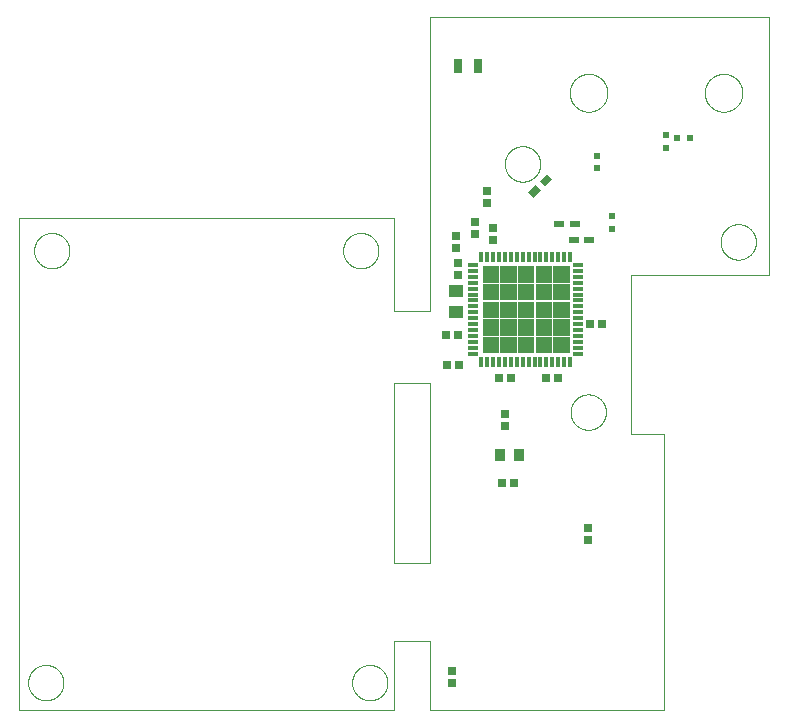
<source format=gbp>
G75*
%MOIN*%
%OFA0B0*%
%FSLAX25Y25*%
%IPPOS*%
%LPD*%
%AMOC8*
5,1,8,0,0,1.08239X$1,22.5*
%
%ADD10C,0.00000*%
%ADD11R,0.03400X0.02400*%
%ADD12R,0.03200X0.01200*%
%ADD13R,0.01200X0.03200*%
%ADD14C,0.00100*%
%ADD15R,0.04724X0.03959*%
%ADD16R,0.02600X0.02600*%
%ADD17R,0.02400X0.02200*%
%ADD18R,0.02200X0.02400*%
%ADD19R,0.02800X0.04900*%
%ADD20R,0.02800X0.02800*%
%ADD21R,0.03200X0.04200*%
D10*
X0001000Y0012436D02*
X0001000Y0176436D01*
X0126000Y0176436D01*
X0126000Y0145436D01*
X0138000Y0145436D01*
X0138000Y0243436D01*
X0251000Y0243436D01*
X0251000Y0157436D01*
X0205000Y0157436D01*
X0205000Y0104436D01*
X0216000Y0104436D01*
X0216000Y0012436D01*
X0138000Y0012436D01*
X0138000Y0035436D01*
X0126000Y0035436D01*
X0126000Y0012436D01*
X0001000Y0012436D01*
X0004100Y0021436D02*
X0004102Y0021589D01*
X0004108Y0021742D01*
X0004118Y0021895D01*
X0004132Y0022048D01*
X0004150Y0022200D01*
X0004171Y0022351D01*
X0004197Y0022502D01*
X0004227Y0022653D01*
X0004260Y0022802D01*
X0004298Y0022951D01*
X0004339Y0023098D01*
X0004384Y0023245D01*
X0004433Y0023390D01*
X0004485Y0023534D01*
X0004542Y0023676D01*
X0004602Y0023817D01*
X0004665Y0023956D01*
X0004733Y0024094D01*
X0004803Y0024230D01*
X0004878Y0024364D01*
X0004955Y0024496D01*
X0005037Y0024626D01*
X0005121Y0024754D01*
X0005209Y0024879D01*
X0005300Y0025002D01*
X0005394Y0025123D01*
X0005491Y0025241D01*
X0005592Y0025357D01*
X0005695Y0025470D01*
X0005801Y0025581D01*
X0005910Y0025688D01*
X0006022Y0025793D01*
X0006136Y0025895D01*
X0006253Y0025994D01*
X0006373Y0026089D01*
X0006495Y0026182D01*
X0006619Y0026271D01*
X0006746Y0026358D01*
X0006875Y0026440D01*
X0007006Y0026520D01*
X0007139Y0026596D01*
X0007274Y0026668D01*
X0007411Y0026737D01*
X0007549Y0026803D01*
X0007689Y0026865D01*
X0007831Y0026923D01*
X0007974Y0026977D01*
X0008119Y0027028D01*
X0008264Y0027075D01*
X0008411Y0027118D01*
X0008559Y0027157D01*
X0008708Y0027193D01*
X0008858Y0027224D01*
X0009009Y0027252D01*
X0009160Y0027276D01*
X0009312Y0027296D01*
X0009465Y0027312D01*
X0009617Y0027324D01*
X0009770Y0027332D01*
X0009923Y0027336D01*
X0010077Y0027336D01*
X0010230Y0027332D01*
X0010383Y0027324D01*
X0010535Y0027312D01*
X0010688Y0027296D01*
X0010840Y0027276D01*
X0010991Y0027252D01*
X0011142Y0027224D01*
X0011292Y0027193D01*
X0011441Y0027157D01*
X0011589Y0027118D01*
X0011736Y0027075D01*
X0011881Y0027028D01*
X0012026Y0026977D01*
X0012169Y0026923D01*
X0012311Y0026865D01*
X0012451Y0026803D01*
X0012589Y0026737D01*
X0012726Y0026668D01*
X0012861Y0026596D01*
X0012994Y0026520D01*
X0013125Y0026440D01*
X0013254Y0026358D01*
X0013381Y0026271D01*
X0013505Y0026182D01*
X0013627Y0026089D01*
X0013747Y0025994D01*
X0013864Y0025895D01*
X0013978Y0025793D01*
X0014090Y0025688D01*
X0014199Y0025581D01*
X0014305Y0025470D01*
X0014408Y0025357D01*
X0014509Y0025241D01*
X0014606Y0025123D01*
X0014700Y0025002D01*
X0014791Y0024879D01*
X0014879Y0024754D01*
X0014963Y0024626D01*
X0015045Y0024496D01*
X0015122Y0024364D01*
X0015197Y0024230D01*
X0015267Y0024094D01*
X0015335Y0023956D01*
X0015398Y0023817D01*
X0015458Y0023676D01*
X0015515Y0023534D01*
X0015567Y0023390D01*
X0015616Y0023245D01*
X0015661Y0023098D01*
X0015702Y0022951D01*
X0015740Y0022802D01*
X0015773Y0022653D01*
X0015803Y0022502D01*
X0015829Y0022351D01*
X0015850Y0022200D01*
X0015868Y0022048D01*
X0015882Y0021895D01*
X0015892Y0021742D01*
X0015898Y0021589D01*
X0015900Y0021436D01*
X0015898Y0021283D01*
X0015892Y0021130D01*
X0015882Y0020977D01*
X0015868Y0020824D01*
X0015850Y0020672D01*
X0015829Y0020521D01*
X0015803Y0020370D01*
X0015773Y0020219D01*
X0015740Y0020070D01*
X0015702Y0019921D01*
X0015661Y0019774D01*
X0015616Y0019627D01*
X0015567Y0019482D01*
X0015515Y0019338D01*
X0015458Y0019196D01*
X0015398Y0019055D01*
X0015335Y0018916D01*
X0015267Y0018778D01*
X0015197Y0018642D01*
X0015122Y0018508D01*
X0015045Y0018376D01*
X0014963Y0018246D01*
X0014879Y0018118D01*
X0014791Y0017993D01*
X0014700Y0017870D01*
X0014606Y0017749D01*
X0014509Y0017631D01*
X0014408Y0017515D01*
X0014305Y0017402D01*
X0014199Y0017291D01*
X0014090Y0017184D01*
X0013978Y0017079D01*
X0013864Y0016977D01*
X0013747Y0016878D01*
X0013627Y0016783D01*
X0013505Y0016690D01*
X0013381Y0016601D01*
X0013254Y0016514D01*
X0013125Y0016432D01*
X0012994Y0016352D01*
X0012861Y0016276D01*
X0012726Y0016204D01*
X0012589Y0016135D01*
X0012451Y0016069D01*
X0012311Y0016007D01*
X0012169Y0015949D01*
X0012026Y0015895D01*
X0011881Y0015844D01*
X0011736Y0015797D01*
X0011589Y0015754D01*
X0011441Y0015715D01*
X0011292Y0015679D01*
X0011142Y0015648D01*
X0010991Y0015620D01*
X0010840Y0015596D01*
X0010688Y0015576D01*
X0010535Y0015560D01*
X0010383Y0015548D01*
X0010230Y0015540D01*
X0010077Y0015536D01*
X0009923Y0015536D01*
X0009770Y0015540D01*
X0009617Y0015548D01*
X0009465Y0015560D01*
X0009312Y0015576D01*
X0009160Y0015596D01*
X0009009Y0015620D01*
X0008858Y0015648D01*
X0008708Y0015679D01*
X0008559Y0015715D01*
X0008411Y0015754D01*
X0008264Y0015797D01*
X0008119Y0015844D01*
X0007974Y0015895D01*
X0007831Y0015949D01*
X0007689Y0016007D01*
X0007549Y0016069D01*
X0007411Y0016135D01*
X0007274Y0016204D01*
X0007139Y0016276D01*
X0007006Y0016352D01*
X0006875Y0016432D01*
X0006746Y0016514D01*
X0006619Y0016601D01*
X0006495Y0016690D01*
X0006373Y0016783D01*
X0006253Y0016878D01*
X0006136Y0016977D01*
X0006022Y0017079D01*
X0005910Y0017184D01*
X0005801Y0017291D01*
X0005695Y0017402D01*
X0005592Y0017515D01*
X0005491Y0017631D01*
X0005394Y0017749D01*
X0005300Y0017870D01*
X0005209Y0017993D01*
X0005121Y0018118D01*
X0005037Y0018246D01*
X0004955Y0018376D01*
X0004878Y0018508D01*
X0004803Y0018642D01*
X0004733Y0018778D01*
X0004665Y0018916D01*
X0004602Y0019055D01*
X0004542Y0019196D01*
X0004485Y0019338D01*
X0004433Y0019482D01*
X0004384Y0019627D01*
X0004339Y0019774D01*
X0004298Y0019921D01*
X0004260Y0020070D01*
X0004227Y0020219D01*
X0004197Y0020370D01*
X0004171Y0020521D01*
X0004150Y0020672D01*
X0004132Y0020824D01*
X0004118Y0020977D01*
X0004108Y0021130D01*
X0004102Y0021283D01*
X0004100Y0021436D01*
X0112100Y0021436D02*
X0112102Y0021589D01*
X0112108Y0021742D01*
X0112118Y0021895D01*
X0112132Y0022048D01*
X0112150Y0022200D01*
X0112171Y0022351D01*
X0112197Y0022502D01*
X0112227Y0022653D01*
X0112260Y0022802D01*
X0112298Y0022951D01*
X0112339Y0023098D01*
X0112384Y0023245D01*
X0112433Y0023390D01*
X0112485Y0023534D01*
X0112542Y0023676D01*
X0112602Y0023817D01*
X0112665Y0023956D01*
X0112733Y0024094D01*
X0112803Y0024230D01*
X0112878Y0024364D01*
X0112955Y0024496D01*
X0113037Y0024626D01*
X0113121Y0024754D01*
X0113209Y0024879D01*
X0113300Y0025002D01*
X0113394Y0025123D01*
X0113491Y0025241D01*
X0113592Y0025357D01*
X0113695Y0025470D01*
X0113801Y0025581D01*
X0113910Y0025688D01*
X0114022Y0025793D01*
X0114136Y0025895D01*
X0114253Y0025994D01*
X0114373Y0026089D01*
X0114495Y0026182D01*
X0114619Y0026271D01*
X0114746Y0026358D01*
X0114875Y0026440D01*
X0115006Y0026520D01*
X0115139Y0026596D01*
X0115274Y0026668D01*
X0115411Y0026737D01*
X0115549Y0026803D01*
X0115689Y0026865D01*
X0115831Y0026923D01*
X0115974Y0026977D01*
X0116119Y0027028D01*
X0116264Y0027075D01*
X0116411Y0027118D01*
X0116559Y0027157D01*
X0116708Y0027193D01*
X0116858Y0027224D01*
X0117009Y0027252D01*
X0117160Y0027276D01*
X0117312Y0027296D01*
X0117465Y0027312D01*
X0117617Y0027324D01*
X0117770Y0027332D01*
X0117923Y0027336D01*
X0118077Y0027336D01*
X0118230Y0027332D01*
X0118383Y0027324D01*
X0118535Y0027312D01*
X0118688Y0027296D01*
X0118840Y0027276D01*
X0118991Y0027252D01*
X0119142Y0027224D01*
X0119292Y0027193D01*
X0119441Y0027157D01*
X0119589Y0027118D01*
X0119736Y0027075D01*
X0119881Y0027028D01*
X0120026Y0026977D01*
X0120169Y0026923D01*
X0120311Y0026865D01*
X0120451Y0026803D01*
X0120589Y0026737D01*
X0120726Y0026668D01*
X0120861Y0026596D01*
X0120994Y0026520D01*
X0121125Y0026440D01*
X0121254Y0026358D01*
X0121381Y0026271D01*
X0121505Y0026182D01*
X0121627Y0026089D01*
X0121747Y0025994D01*
X0121864Y0025895D01*
X0121978Y0025793D01*
X0122090Y0025688D01*
X0122199Y0025581D01*
X0122305Y0025470D01*
X0122408Y0025357D01*
X0122509Y0025241D01*
X0122606Y0025123D01*
X0122700Y0025002D01*
X0122791Y0024879D01*
X0122879Y0024754D01*
X0122963Y0024626D01*
X0123045Y0024496D01*
X0123122Y0024364D01*
X0123197Y0024230D01*
X0123267Y0024094D01*
X0123335Y0023956D01*
X0123398Y0023817D01*
X0123458Y0023676D01*
X0123515Y0023534D01*
X0123567Y0023390D01*
X0123616Y0023245D01*
X0123661Y0023098D01*
X0123702Y0022951D01*
X0123740Y0022802D01*
X0123773Y0022653D01*
X0123803Y0022502D01*
X0123829Y0022351D01*
X0123850Y0022200D01*
X0123868Y0022048D01*
X0123882Y0021895D01*
X0123892Y0021742D01*
X0123898Y0021589D01*
X0123900Y0021436D01*
X0123898Y0021283D01*
X0123892Y0021130D01*
X0123882Y0020977D01*
X0123868Y0020824D01*
X0123850Y0020672D01*
X0123829Y0020521D01*
X0123803Y0020370D01*
X0123773Y0020219D01*
X0123740Y0020070D01*
X0123702Y0019921D01*
X0123661Y0019774D01*
X0123616Y0019627D01*
X0123567Y0019482D01*
X0123515Y0019338D01*
X0123458Y0019196D01*
X0123398Y0019055D01*
X0123335Y0018916D01*
X0123267Y0018778D01*
X0123197Y0018642D01*
X0123122Y0018508D01*
X0123045Y0018376D01*
X0122963Y0018246D01*
X0122879Y0018118D01*
X0122791Y0017993D01*
X0122700Y0017870D01*
X0122606Y0017749D01*
X0122509Y0017631D01*
X0122408Y0017515D01*
X0122305Y0017402D01*
X0122199Y0017291D01*
X0122090Y0017184D01*
X0121978Y0017079D01*
X0121864Y0016977D01*
X0121747Y0016878D01*
X0121627Y0016783D01*
X0121505Y0016690D01*
X0121381Y0016601D01*
X0121254Y0016514D01*
X0121125Y0016432D01*
X0120994Y0016352D01*
X0120861Y0016276D01*
X0120726Y0016204D01*
X0120589Y0016135D01*
X0120451Y0016069D01*
X0120311Y0016007D01*
X0120169Y0015949D01*
X0120026Y0015895D01*
X0119881Y0015844D01*
X0119736Y0015797D01*
X0119589Y0015754D01*
X0119441Y0015715D01*
X0119292Y0015679D01*
X0119142Y0015648D01*
X0118991Y0015620D01*
X0118840Y0015596D01*
X0118688Y0015576D01*
X0118535Y0015560D01*
X0118383Y0015548D01*
X0118230Y0015540D01*
X0118077Y0015536D01*
X0117923Y0015536D01*
X0117770Y0015540D01*
X0117617Y0015548D01*
X0117465Y0015560D01*
X0117312Y0015576D01*
X0117160Y0015596D01*
X0117009Y0015620D01*
X0116858Y0015648D01*
X0116708Y0015679D01*
X0116559Y0015715D01*
X0116411Y0015754D01*
X0116264Y0015797D01*
X0116119Y0015844D01*
X0115974Y0015895D01*
X0115831Y0015949D01*
X0115689Y0016007D01*
X0115549Y0016069D01*
X0115411Y0016135D01*
X0115274Y0016204D01*
X0115139Y0016276D01*
X0115006Y0016352D01*
X0114875Y0016432D01*
X0114746Y0016514D01*
X0114619Y0016601D01*
X0114495Y0016690D01*
X0114373Y0016783D01*
X0114253Y0016878D01*
X0114136Y0016977D01*
X0114022Y0017079D01*
X0113910Y0017184D01*
X0113801Y0017291D01*
X0113695Y0017402D01*
X0113592Y0017515D01*
X0113491Y0017631D01*
X0113394Y0017749D01*
X0113300Y0017870D01*
X0113209Y0017993D01*
X0113121Y0018118D01*
X0113037Y0018246D01*
X0112955Y0018376D01*
X0112878Y0018508D01*
X0112803Y0018642D01*
X0112733Y0018778D01*
X0112665Y0018916D01*
X0112602Y0019055D01*
X0112542Y0019196D01*
X0112485Y0019338D01*
X0112433Y0019482D01*
X0112384Y0019627D01*
X0112339Y0019774D01*
X0112298Y0019921D01*
X0112260Y0020070D01*
X0112227Y0020219D01*
X0112197Y0020370D01*
X0112171Y0020521D01*
X0112150Y0020672D01*
X0112132Y0020824D01*
X0112118Y0020977D01*
X0112108Y0021130D01*
X0112102Y0021283D01*
X0112100Y0021436D01*
X0126000Y0061436D02*
X0126000Y0121436D01*
X0138000Y0121436D01*
X0138000Y0061436D01*
X0126000Y0061436D01*
X0184921Y0111620D02*
X0184923Y0111773D01*
X0184929Y0111927D01*
X0184939Y0112080D01*
X0184953Y0112232D01*
X0184971Y0112385D01*
X0184993Y0112536D01*
X0185018Y0112687D01*
X0185048Y0112838D01*
X0185082Y0112988D01*
X0185119Y0113136D01*
X0185160Y0113284D01*
X0185205Y0113430D01*
X0185254Y0113576D01*
X0185307Y0113720D01*
X0185363Y0113862D01*
X0185423Y0114003D01*
X0185487Y0114143D01*
X0185554Y0114281D01*
X0185625Y0114417D01*
X0185700Y0114551D01*
X0185777Y0114683D01*
X0185859Y0114813D01*
X0185943Y0114941D01*
X0186031Y0115067D01*
X0186122Y0115190D01*
X0186216Y0115311D01*
X0186314Y0115429D01*
X0186414Y0115545D01*
X0186518Y0115658D01*
X0186624Y0115769D01*
X0186733Y0115877D01*
X0186845Y0115982D01*
X0186959Y0116083D01*
X0187077Y0116182D01*
X0187196Y0116278D01*
X0187318Y0116371D01*
X0187443Y0116460D01*
X0187570Y0116547D01*
X0187699Y0116629D01*
X0187830Y0116709D01*
X0187963Y0116785D01*
X0188098Y0116858D01*
X0188235Y0116927D01*
X0188374Y0116992D01*
X0188514Y0117054D01*
X0188656Y0117112D01*
X0188799Y0117167D01*
X0188944Y0117218D01*
X0189090Y0117265D01*
X0189237Y0117308D01*
X0189385Y0117347D01*
X0189534Y0117383D01*
X0189684Y0117414D01*
X0189835Y0117442D01*
X0189986Y0117466D01*
X0190139Y0117486D01*
X0190291Y0117502D01*
X0190444Y0117514D01*
X0190597Y0117522D01*
X0190750Y0117526D01*
X0190904Y0117526D01*
X0191057Y0117522D01*
X0191210Y0117514D01*
X0191363Y0117502D01*
X0191515Y0117486D01*
X0191668Y0117466D01*
X0191819Y0117442D01*
X0191970Y0117414D01*
X0192120Y0117383D01*
X0192269Y0117347D01*
X0192417Y0117308D01*
X0192564Y0117265D01*
X0192710Y0117218D01*
X0192855Y0117167D01*
X0192998Y0117112D01*
X0193140Y0117054D01*
X0193280Y0116992D01*
X0193419Y0116927D01*
X0193556Y0116858D01*
X0193691Y0116785D01*
X0193824Y0116709D01*
X0193955Y0116629D01*
X0194084Y0116547D01*
X0194211Y0116460D01*
X0194336Y0116371D01*
X0194458Y0116278D01*
X0194577Y0116182D01*
X0194695Y0116083D01*
X0194809Y0115982D01*
X0194921Y0115877D01*
X0195030Y0115769D01*
X0195136Y0115658D01*
X0195240Y0115545D01*
X0195340Y0115429D01*
X0195438Y0115311D01*
X0195532Y0115190D01*
X0195623Y0115067D01*
X0195711Y0114941D01*
X0195795Y0114813D01*
X0195877Y0114683D01*
X0195954Y0114551D01*
X0196029Y0114417D01*
X0196100Y0114281D01*
X0196167Y0114143D01*
X0196231Y0114003D01*
X0196291Y0113862D01*
X0196347Y0113720D01*
X0196400Y0113576D01*
X0196449Y0113430D01*
X0196494Y0113284D01*
X0196535Y0113136D01*
X0196572Y0112988D01*
X0196606Y0112838D01*
X0196636Y0112687D01*
X0196661Y0112536D01*
X0196683Y0112385D01*
X0196701Y0112232D01*
X0196715Y0112080D01*
X0196725Y0111927D01*
X0196731Y0111773D01*
X0196733Y0111620D01*
X0196731Y0111467D01*
X0196725Y0111313D01*
X0196715Y0111160D01*
X0196701Y0111008D01*
X0196683Y0110855D01*
X0196661Y0110704D01*
X0196636Y0110553D01*
X0196606Y0110402D01*
X0196572Y0110252D01*
X0196535Y0110104D01*
X0196494Y0109956D01*
X0196449Y0109810D01*
X0196400Y0109664D01*
X0196347Y0109520D01*
X0196291Y0109378D01*
X0196231Y0109237D01*
X0196167Y0109097D01*
X0196100Y0108959D01*
X0196029Y0108823D01*
X0195954Y0108689D01*
X0195877Y0108557D01*
X0195795Y0108427D01*
X0195711Y0108299D01*
X0195623Y0108173D01*
X0195532Y0108050D01*
X0195438Y0107929D01*
X0195340Y0107811D01*
X0195240Y0107695D01*
X0195136Y0107582D01*
X0195030Y0107471D01*
X0194921Y0107363D01*
X0194809Y0107258D01*
X0194695Y0107157D01*
X0194577Y0107058D01*
X0194458Y0106962D01*
X0194336Y0106869D01*
X0194211Y0106780D01*
X0194084Y0106693D01*
X0193955Y0106611D01*
X0193824Y0106531D01*
X0193691Y0106455D01*
X0193556Y0106382D01*
X0193419Y0106313D01*
X0193280Y0106248D01*
X0193140Y0106186D01*
X0192998Y0106128D01*
X0192855Y0106073D01*
X0192710Y0106022D01*
X0192564Y0105975D01*
X0192417Y0105932D01*
X0192269Y0105893D01*
X0192120Y0105857D01*
X0191970Y0105826D01*
X0191819Y0105798D01*
X0191668Y0105774D01*
X0191515Y0105754D01*
X0191363Y0105738D01*
X0191210Y0105726D01*
X0191057Y0105718D01*
X0190904Y0105714D01*
X0190750Y0105714D01*
X0190597Y0105718D01*
X0190444Y0105726D01*
X0190291Y0105738D01*
X0190139Y0105754D01*
X0189986Y0105774D01*
X0189835Y0105798D01*
X0189684Y0105826D01*
X0189534Y0105857D01*
X0189385Y0105893D01*
X0189237Y0105932D01*
X0189090Y0105975D01*
X0188944Y0106022D01*
X0188799Y0106073D01*
X0188656Y0106128D01*
X0188514Y0106186D01*
X0188374Y0106248D01*
X0188235Y0106313D01*
X0188098Y0106382D01*
X0187963Y0106455D01*
X0187830Y0106531D01*
X0187699Y0106611D01*
X0187570Y0106693D01*
X0187443Y0106780D01*
X0187318Y0106869D01*
X0187196Y0106962D01*
X0187077Y0107058D01*
X0186959Y0107157D01*
X0186845Y0107258D01*
X0186733Y0107363D01*
X0186624Y0107471D01*
X0186518Y0107582D01*
X0186414Y0107695D01*
X0186314Y0107811D01*
X0186216Y0107929D01*
X0186122Y0108050D01*
X0186031Y0108173D01*
X0185943Y0108299D01*
X0185859Y0108427D01*
X0185777Y0108557D01*
X0185700Y0108689D01*
X0185625Y0108823D01*
X0185554Y0108959D01*
X0185487Y0109097D01*
X0185423Y0109237D01*
X0185363Y0109378D01*
X0185307Y0109520D01*
X0185254Y0109664D01*
X0185205Y0109810D01*
X0185160Y0109956D01*
X0185119Y0110104D01*
X0185082Y0110252D01*
X0185048Y0110402D01*
X0185018Y0110553D01*
X0184993Y0110704D01*
X0184971Y0110855D01*
X0184953Y0111008D01*
X0184939Y0111160D01*
X0184929Y0111313D01*
X0184923Y0111467D01*
X0184921Y0111620D01*
X0234921Y0168339D02*
X0234923Y0168492D01*
X0234929Y0168646D01*
X0234939Y0168799D01*
X0234953Y0168951D01*
X0234971Y0169104D01*
X0234993Y0169255D01*
X0235018Y0169406D01*
X0235048Y0169557D01*
X0235082Y0169707D01*
X0235119Y0169855D01*
X0235160Y0170003D01*
X0235205Y0170149D01*
X0235254Y0170295D01*
X0235307Y0170439D01*
X0235363Y0170581D01*
X0235423Y0170722D01*
X0235487Y0170862D01*
X0235554Y0171000D01*
X0235625Y0171136D01*
X0235700Y0171270D01*
X0235777Y0171402D01*
X0235859Y0171532D01*
X0235943Y0171660D01*
X0236031Y0171786D01*
X0236122Y0171909D01*
X0236216Y0172030D01*
X0236314Y0172148D01*
X0236414Y0172264D01*
X0236518Y0172377D01*
X0236624Y0172488D01*
X0236733Y0172596D01*
X0236845Y0172701D01*
X0236959Y0172802D01*
X0237077Y0172901D01*
X0237196Y0172997D01*
X0237318Y0173090D01*
X0237443Y0173179D01*
X0237570Y0173266D01*
X0237699Y0173348D01*
X0237830Y0173428D01*
X0237963Y0173504D01*
X0238098Y0173577D01*
X0238235Y0173646D01*
X0238374Y0173711D01*
X0238514Y0173773D01*
X0238656Y0173831D01*
X0238799Y0173886D01*
X0238944Y0173937D01*
X0239090Y0173984D01*
X0239237Y0174027D01*
X0239385Y0174066D01*
X0239534Y0174102D01*
X0239684Y0174133D01*
X0239835Y0174161D01*
X0239986Y0174185D01*
X0240139Y0174205D01*
X0240291Y0174221D01*
X0240444Y0174233D01*
X0240597Y0174241D01*
X0240750Y0174245D01*
X0240904Y0174245D01*
X0241057Y0174241D01*
X0241210Y0174233D01*
X0241363Y0174221D01*
X0241515Y0174205D01*
X0241668Y0174185D01*
X0241819Y0174161D01*
X0241970Y0174133D01*
X0242120Y0174102D01*
X0242269Y0174066D01*
X0242417Y0174027D01*
X0242564Y0173984D01*
X0242710Y0173937D01*
X0242855Y0173886D01*
X0242998Y0173831D01*
X0243140Y0173773D01*
X0243280Y0173711D01*
X0243419Y0173646D01*
X0243556Y0173577D01*
X0243691Y0173504D01*
X0243824Y0173428D01*
X0243955Y0173348D01*
X0244084Y0173266D01*
X0244211Y0173179D01*
X0244336Y0173090D01*
X0244458Y0172997D01*
X0244577Y0172901D01*
X0244695Y0172802D01*
X0244809Y0172701D01*
X0244921Y0172596D01*
X0245030Y0172488D01*
X0245136Y0172377D01*
X0245240Y0172264D01*
X0245340Y0172148D01*
X0245438Y0172030D01*
X0245532Y0171909D01*
X0245623Y0171786D01*
X0245711Y0171660D01*
X0245795Y0171532D01*
X0245877Y0171402D01*
X0245954Y0171270D01*
X0246029Y0171136D01*
X0246100Y0171000D01*
X0246167Y0170862D01*
X0246231Y0170722D01*
X0246291Y0170581D01*
X0246347Y0170439D01*
X0246400Y0170295D01*
X0246449Y0170149D01*
X0246494Y0170003D01*
X0246535Y0169855D01*
X0246572Y0169707D01*
X0246606Y0169557D01*
X0246636Y0169406D01*
X0246661Y0169255D01*
X0246683Y0169104D01*
X0246701Y0168951D01*
X0246715Y0168799D01*
X0246725Y0168646D01*
X0246731Y0168492D01*
X0246733Y0168339D01*
X0246731Y0168186D01*
X0246725Y0168032D01*
X0246715Y0167879D01*
X0246701Y0167727D01*
X0246683Y0167574D01*
X0246661Y0167423D01*
X0246636Y0167272D01*
X0246606Y0167121D01*
X0246572Y0166971D01*
X0246535Y0166823D01*
X0246494Y0166675D01*
X0246449Y0166529D01*
X0246400Y0166383D01*
X0246347Y0166239D01*
X0246291Y0166097D01*
X0246231Y0165956D01*
X0246167Y0165816D01*
X0246100Y0165678D01*
X0246029Y0165542D01*
X0245954Y0165408D01*
X0245877Y0165276D01*
X0245795Y0165146D01*
X0245711Y0165018D01*
X0245623Y0164892D01*
X0245532Y0164769D01*
X0245438Y0164648D01*
X0245340Y0164530D01*
X0245240Y0164414D01*
X0245136Y0164301D01*
X0245030Y0164190D01*
X0244921Y0164082D01*
X0244809Y0163977D01*
X0244695Y0163876D01*
X0244577Y0163777D01*
X0244458Y0163681D01*
X0244336Y0163588D01*
X0244211Y0163499D01*
X0244084Y0163412D01*
X0243955Y0163330D01*
X0243824Y0163250D01*
X0243691Y0163174D01*
X0243556Y0163101D01*
X0243419Y0163032D01*
X0243280Y0162967D01*
X0243140Y0162905D01*
X0242998Y0162847D01*
X0242855Y0162792D01*
X0242710Y0162741D01*
X0242564Y0162694D01*
X0242417Y0162651D01*
X0242269Y0162612D01*
X0242120Y0162576D01*
X0241970Y0162545D01*
X0241819Y0162517D01*
X0241668Y0162493D01*
X0241515Y0162473D01*
X0241363Y0162457D01*
X0241210Y0162445D01*
X0241057Y0162437D01*
X0240904Y0162433D01*
X0240750Y0162433D01*
X0240597Y0162437D01*
X0240444Y0162445D01*
X0240291Y0162457D01*
X0240139Y0162473D01*
X0239986Y0162493D01*
X0239835Y0162517D01*
X0239684Y0162545D01*
X0239534Y0162576D01*
X0239385Y0162612D01*
X0239237Y0162651D01*
X0239090Y0162694D01*
X0238944Y0162741D01*
X0238799Y0162792D01*
X0238656Y0162847D01*
X0238514Y0162905D01*
X0238374Y0162967D01*
X0238235Y0163032D01*
X0238098Y0163101D01*
X0237963Y0163174D01*
X0237830Y0163250D01*
X0237699Y0163330D01*
X0237570Y0163412D01*
X0237443Y0163499D01*
X0237318Y0163588D01*
X0237196Y0163681D01*
X0237077Y0163777D01*
X0236959Y0163876D01*
X0236845Y0163977D01*
X0236733Y0164082D01*
X0236624Y0164190D01*
X0236518Y0164301D01*
X0236414Y0164414D01*
X0236314Y0164530D01*
X0236216Y0164648D01*
X0236122Y0164769D01*
X0236031Y0164892D01*
X0235943Y0165018D01*
X0235859Y0165146D01*
X0235777Y0165276D01*
X0235700Y0165408D01*
X0235625Y0165542D01*
X0235554Y0165678D01*
X0235487Y0165816D01*
X0235423Y0165956D01*
X0235363Y0166097D01*
X0235307Y0166239D01*
X0235254Y0166383D01*
X0235205Y0166529D01*
X0235160Y0166675D01*
X0235119Y0166823D01*
X0235082Y0166971D01*
X0235048Y0167121D01*
X0235018Y0167272D01*
X0234993Y0167423D01*
X0234971Y0167574D01*
X0234953Y0167727D01*
X0234939Y0167879D01*
X0234929Y0168032D01*
X0234923Y0168186D01*
X0234921Y0168339D01*
X0229639Y0218046D02*
X0229641Y0218204D01*
X0229647Y0218362D01*
X0229657Y0218520D01*
X0229671Y0218678D01*
X0229689Y0218835D01*
X0229710Y0218992D01*
X0229736Y0219148D01*
X0229766Y0219304D01*
X0229799Y0219459D01*
X0229837Y0219612D01*
X0229878Y0219765D01*
X0229923Y0219917D01*
X0229972Y0220068D01*
X0230025Y0220217D01*
X0230081Y0220365D01*
X0230141Y0220511D01*
X0230205Y0220656D01*
X0230273Y0220799D01*
X0230344Y0220941D01*
X0230418Y0221081D01*
X0230496Y0221218D01*
X0230578Y0221354D01*
X0230662Y0221488D01*
X0230751Y0221619D01*
X0230842Y0221748D01*
X0230937Y0221875D01*
X0231034Y0222000D01*
X0231135Y0222122D01*
X0231239Y0222241D01*
X0231346Y0222358D01*
X0231456Y0222472D01*
X0231569Y0222583D01*
X0231684Y0222692D01*
X0231802Y0222797D01*
X0231923Y0222899D01*
X0232046Y0222999D01*
X0232172Y0223095D01*
X0232300Y0223188D01*
X0232430Y0223278D01*
X0232563Y0223364D01*
X0232698Y0223448D01*
X0232834Y0223527D01*
X0232973Y0223604D01*
X0233114Y0223676D01*
X0233256Y0223746D01*
X0233400Y0223811D01*
X0233546Y0223873D01*
X0233693Y0223931D01*
X0233842Y0223986D01*
X0233992Y0224037D01*
X0234143Y0224084D01*
X0234295Y0224127D01*
X0234448Y0224166D01*
X0234603Y0224202D01*
X0234758Y0224233D01*
X0234914Y0224261D01*
X0235070Y0224285D01*
X0235227Y0224305D01*
X0235385Y0224321D01*
X0235542Y0224333D01*
X0235701Y0224341D01*
X0235859Y0224345D01*
X0236017Y0224345D01*
X0236175Y0224341D01*
X0236334Y0224333D01*
X0236491Y0224321D01*
X0236649Y0224305D01*
X0236806Y0224285D01*
X0236962Y0224261D01*
X0237118Y0224233D01*
X0237273Y0224202D01*
X0237428Y0224166D01*
X0237581Y0224127D01*
X0237733Y0224084D01*
X0237884Y0224037D01*
X0238034Y0223986D01*
X0238183Y0223931D01*
X0238330Y0223873D01*
X0238476Y0223811D01*
X0238620Y0223746D01*
X0238762Y0223676D01*
X0238903Y0223604D01*
X0239042Y0223527D01*
X0239178Y0223448D01*
X0239313Y0223364D01*
X0239446Y0223278D01*
X0239576Y0223188D01*
X0239704Y0223095D01*
X0239830Y0222999D01*
X0239953Y0222899D01*
X0240074Y0222797D01*
X0240192Y0222692D01*
X0240307Y0222583D01*
X0240420Y0222472D01*
X0240530Y0222358D01*
X0240637Y0222241D01*
X0240741Y0222122D01*
X0240842Y0222000D01*
X0240939Y0221875D01*
X0241034Y0221748D01*
X0241125Y0221619D01*
X0241214Y0221488D01*
X0241298Y0221354D01*
X0241380Y0221218D01*
X0241458Y0221081D01*
X0241532Y0220941D01*
X0241603Y0220799D01*
X0241671Y0220656D01*
X0241735Y0220511D01*
X0241795Y0220365D01*
X0241851Y0220217D01*
X0241904Y0220068D01*
X0241953Y0219917D01*
X0241998Y0219765D01*
X0242039Y0219612D01*
X0242077Y0219459D01*
X0242110Y0219304D01*
X0242140Y0219148D01*
X0242166Y0218992D01*
X0242187Y0218835D01*
X0242205Y0218678D01*
X0242219Y0218520D01*
X0242229Y0218362D01*
X0242235Y0218204D01*
X0242237Y0218046D01*
X0242235Y0217888D01*
X0242229Y0217730D01*
X0242219Y0217572D01*
X0242205Y0217414D01*
X0242187Y0217257D01*
X0242166Y0217100D01*
X0242140Y0216944D01*
X0242110Y0216788D01*
X0242077Y0216633D01*
X0242039Y0216480D01*
X0241998Y0216327D01*
X0241953Y0216175D01*
X0241904Y0216024D01*
X0241851Y0215875D01*
X0241795Y0215727D01*
X0241735Y0215581D01*
X0241671Y0215436D01*
X0241603Y0215293D01*
X0241532Y0215151D01*
X0241458Y0215011D01*
X0241380Y0214874D01*
X0241298Y0214738D01*
X0241214Y0214604D01*
X0241125Y0214473D01*
X0241034Y0214344D01*
X0240939Y0214217D01*
X0240842Y0214092D01*
X0240741Y0213970D01*
X0240637Y0213851D01*
X0240530Y0213734D01*
X0240420Y0213620D01*
X0240307Y0213509D01*
X0240192Y0213400D01*
X0240074Y0213295D01*
X0239953Y0213193D01*
X0239830Y0213093D01*
X0239704Y0212997D01*
X0239576Y0212904D01*
X0239446Y0212814D01*
X0239313Y0212728D01*
X0239178Y0212644D01*
X0239042Y0212565D01*
X0238903Y0212488D01*
X0238762Y0212416D01*
X0238620Y0212346D01*
X0238476Y0212281D01*
X0238330Y0212219D01*
X0238183Y0212161D01*
X0238034Y0212106D01*
X0237884Y0212055D01*
X0237733Y0212008D01*
X0237581Y0211965D01*
X0237428Y0211926D01*
X0237273Y0211890D01*
X0237118Y0211859D01*
X0236962Y0211831D01*
X0236806Y0211807D01*
X0236649Y0211787D01*
X0236491Y0211771D01*
X0236334Y0211759D01*
X0236175Y0211751D01*
X0236017Y0211747D01*
X0235859Y0211747D01*
X0235701Y0211751D01*
X0235542Y0211759D01*
X0235385Y0211771D01*
X0235227Y0211787D01*
X0235070Y0211807D01*
X0234914Y0211831D01*
X0234758Y0211859D01*
X0234603Y0211890D01*
X0234448Y0211926D01*
X0234295Y0211965D01*
X0234143Y0212008D01*
X0233992Y0212055D01*
X0233842Y0212106D01*
X0233693Y0212161D01*
X0233546Y0212219D01*
X0233400Y0212281D01*
X0233256Y0212346D01*
X0233114Y0212416D01*
X0232973Y0212488D01*
X0232834Y0212565D01*
X0232698Y0212644D01*
X0232563Y0212728D01*
X0232430Y0212814D01*
X0232300Y0212904D01*
X0232172Y0212997D01*
X0232046Y0213093D01*
X0231923Y0213193D01*
X0231802Y0213295D01*
X0231684Y0213400D01*
X0231569Y0213509D01*
X0231456Y0213620D01*
X0231346Y0213734D01*
X0231239Y0213851D01*
X0231135Y0213970D01*
X0231034Y0214092D01*
X0230937Y0214217D01*
X0230842Y0214344D01*
X0230751Y0214473D01*
X0230662Y0214604D01*
X0230578Y0214738D01*
X0230496Y0214874D01*
X0230418Y0215011D01*
X0230344Y0215151D01*
X0230273Y0215293D01*
X0230205Y0215436D01*
X0230141Y0215581D01*
X0230081Y0215727D01*
X0230025Y0215875D01*
X0229972Y0216024D01*
X0229923Y0216175D01*
X0229878Y0216327D01*
X0229837Y0216480D01*
X0229799Y0216633D01*
X0229766Y0216788D01*
X0229736Y0216944D01*
X0229710Y0217100D01*
X0229689Y0217257D01*
X0229671Y0217414D01*
X0229657Y0217572D01*
X0229647Y0217730D01*
X0229641Y0217888D01*
X0229639Y0218046D01*
X0184639Y0218046D02*
X0184641Y0218204D01*
X0184647Y0218362D01*
X0184657Y0218520D01*
X0184671Y0218678D01*
X0184689Y0218835D01*
X0184710Y0218992D01*
X0184736Y0219148D01*
X0184766Y0219304D01*
X0184799Y0219459D01*
X0184837Y0219612D01*
X0184878Y0219765D01*
X0184923Y0219917D01*
X0184972Y0220068D01*
X0185025Y0220217D01*
X0185081Y0220365D01*
X0185141Y0220511D01*
X0185205Y0220656D01*
X0185273Y0220799D01*
X0185344Y0220941D01*
X0185418Y0221081D01*
X0185496Y0221218D01*
X0185578Y0221354D01*
X0185662Y0221488D01*
X0185751Y0221619D01*
X0185842Y0221748D01*
X0185937Y0221875D01*
X0186034Y0222000D01*
X0186135Y0222122D01*
X0186239Y0222241D01*
X0186346Y0222358D01*
X0186456Y0222472D01*
X0186569Y0222583D01*
X0186684Y0222692D01*
X0186802Y0222797D01*
X0186923Y0222899D01*
X0187046Y0222999D01*
X0187172Y0223095D01*
X0187300Y0223188D01*
X0187430Y0223278D01*
X0187563Y0223364D01*
X0187698Y0223448D01*
X0187834Y0223527D01*
X0187973Y0223604D01*
X0188114Y0223676D01*
X0188256Y0223746D01*
X0188400Y0223811D01*
X0188546Y0223873D01*
X0188693Y0223931D01*
X0188842Y0223986D01*
X0188992Y0224037D01*
X0189143Y0224084D01*
X0189295Y0224127D01*
X0189448Y0224166D01*
X0189603Y0224202D01*
X0189758Y0224233D01*
X0189914Y0224261D01*
X0190070Y0224285D01*
X0190227Y0224305D01*
X0190385Y0224321D01*
X0190542Y0224333D01*
X0190701Y0224341D01*
X0190859Y0224345D01*
X0191017Y0224345D01*
X0191175Y0224341D01*
X0191334Y0224333D01*
X0191491Y0224321D01*
X0191649Y0224305D01*
X0191806Y0224285D01*
X0191962Y0224261D01*
X0192118Y0224233D01*
X0192273Y0224202D01*
X0192428Y0224166D01*
X0192581Y0224127D01*
X0192733Y0224084D01*
X0192884Y0224037D01*
X0193034Y0223986D01*
X0193183Y0223931D01*
X0193330Y0223873D01*
X0193476Y0223811D01*
X0193620Y0223746D01*
X0193762Y0223676D01*
X0193903Y0223604D01*
X0194042Y0223527D01*
X0194178Y0223448D01*
X0194313Y0223364D01*
X0194446Y0223278D01*
X0194576Y0223188D01*
X0194704Y0223095D01*
X0194830Y0222999D01*
X0194953Y0222899D01*
X0195074Y0222797D01*
X0195192Y0222692D01*
X0195307Y0222583D01*
X0195420Y0222472D01*
X0195530Y0222358D01*
X0195637Y0222241D01*
X0195741Y0222122D01*
X0195842Y0222000D01*
X0195939Y0221875D01*
X0196034Y0221748D01*
X0196125Y0221619D01*
X0196214Y0221488D01*
X0196298Y0221354D01*
X0196380Y0221218D01*
X0196458Y0221081D01*
X0196532Y0220941D01*
X0196603Y0220799D01*
X0196671Y0220656D01*
X0196735Y0220511D01*
X0196795Y0220365D01*
X0196851Y0220217D01*
X0196904Y0220068D01*
X0196953Y0219917D01*
X0196998Y0219765D01*
X0197039Y0219612D01*
X0197077Y0219459D01*
X0197110Y0219304D01*
X0197140Y0219148D01*
X0197166Y0218992D01*
X0197187Y0218835D01*
X0197205Y0218678D01*
X0197219Y0218520D01*
X0197229Y0218362D01*
X0197235Y0218204D01*
X0197237Y0218046D01*
X0197235Y0217888D01*
X0197229Y0217730D01*
X0197219Y0217572D01*
X0197205Y0217414D01*
X0197187Y0217257D01*
X0197166Y0217100D01*
X0197140Y0216944D01*
X0197110Y0216788D01*
X0197077Y0216633D01*
X0197039Y0216480D01*
X0196998Y0216327D01*
X0196953Y0216175D01*
X0196904Y0216024D01*
X0196851Y0215875D01*
X0196795Y0215727D01*
X0196735Y0215581D01*
X0196671Y0215436D01*
X0196603Y0215293D01*
X0196532Y0215151D01*
X0196458Y0215011D01*
X0196380Y0214874D01*
X0196298Y0214738D01*
X0196214Y0214604D01*
X0196125Y0214473D01*
X0196034Y0214344D01*
X0195939Y0214217D01*
X0195842Y0214092D01*
X0195741Y0213970D01*
X0195637Y0213851D01*
X0195530Y0213734D01*
X0195420Y0213620D01*
X0195307Y0213509D01*
X0195192Y0213400D01*
X0195074Y0213295D01*
X0194953Y0213193D01*
X0194830Y0213093D01*
X0194704Y0212997D01*
X0194576Y0212904D01*
X0194446Y0212814D01*
X0194313Y0212728D01*
X0194178Y0212644D01*
X0194042Y0212565D01*
X0193903Y0212488D01*
X0193762Y0212416D01*
X0193620Y0212346D01*
X0193476Y0212281D01*
X0193330Y0212219D01*
X0193183Y0212161D01*
X0193034Y0212106D01*
X0192884Y0212055D01*
X0192733Y0212008D01*
X0192581Y0211965D01*
X0192428Y0211926D01*
X0192273Y0211890D01*
X0192118Y0211859D01*
X0191962Y0211831D01*
X0191806Y0211807D01*
X0191649Y0211787D01*
X0191491Y0211771D01*
X0191334Y0211759D01*
X0191175Y0211751D01*
X0191017Y0211747D01*
X0190859Y0211747D01*
X0190701Y0211751D01*
X0190542Y0211759D01*
X0190385Y0211771D01*
X0190227Y0211787D01*
X0190070Y0211807D01*
X0189914Y0211831D01*
X0189758Y0211859D01*
X0189603Y0211890D01*
X0189448Y0211926D01*
X0189295Y0211965D01*
X0189143Y0212008D01*
X0188992Y0212055D01*
X0188842Y0212106D01*
X0188693Y0212161D01*
X0188546Y0212219D01*
X0188400Y0212281D01*
X0188256Y0212346D01*
X0188114Y0212416D01*
X0187973Y0212488D01*
X0187834Y0212565D01*
X0187698Y0212644D01*
X0187563Y0212728D01*
X0187430Y0212814D01*
X0187300Y0212904D01*
X0187172Y0212997D01*
X0187046Y0213093D01*
X0186923Y0213193D01*
X0186802Y0213295D01*
X0186684Y0213400D01*
X0186569Y0213509D01*
X0186456Y0213620D01*
X0186346Y0213734D01*
X0186239Y0213851D01*
X0186135Y0213970D01*
X0186034Y0214092D01*
X0185937Y0214217D01*
X0185842Y0214344D01*
X0185751Y0214473D01*
X0185662Y0214604D01*
X0185578Y0214738D01*
X0185496Y0214874D01*
X0185418Y0215011D01*
X0185344Y0215151D01*
X0185273Y0215293D01*
X0185205Y0215436D01*
X0185141Y0215581D01*
X0185081Y0215727D01*
X0185025Y0215875D01*
X0184972Y0216024D01*
X0184923Y0216175D01*
X0184878Y0216327D01*
X0184837Y0216480D01*
X0184799Y0216633D01*
X0184766Y0216788D01*
X0184736Y0216944D01*
X0184710Y0217100D01*
X0184689Y0217257D01*
X0184671Y0217414D01*
X0184657Y0217572D01*
X0184647Y0217730D01*
X0184641Y0217888D01*
X0184639Y0218046D01*
X0163023Y0194348D02*
X0163025Y0194501D01*
X0163031Y0194655D01*
X0163041Y0194808D01*
X0163055Y0194960D01*
X0163073Y0195113D01*
X0163095Y0195264D01*
X0163120Y0195415D01*
X0163150Y0195566D01*
X0163184Y0195716D01*
X0163221Y0195864D01*
X0163262Y0196012D01*
X0163307Y0196158D01*
X0163356Y0196304D01*
X0163409Y0196448D01*
X0163465Y0196590D01*
X0163525Y0196731D01*
X0163589Y0196871D01*
X0163656Y0197009D01*
X0163727Y0197145D01*
X0163802Y0197279D01*
X0163879Y0197411D01*
X0163961Y0197541D01*
X0164045Y0197669D01*
X0164133Y0197795D01*
X0164224Y0197918D01*
X0164318Y0198039D01*
X0164416Y0198157D01*
X0164516Y0198273D01*
X0164620Y0198386D01*
X0164726Y0198497D01*
X0164835Y0198605D01*
X0164947Y0198710D01*
X0165061Y0198811D01*
X0165179Y0198910D01*
X0165298Y0199006D01*
X0165420Y0199099D01*
X0165545Y0199188D01*
X0165672Y0199275D01*
X0165801Y0199357D01*
X0165932Y0199437D01*
X0166065Y0199513D01*
X0166200Y0199586D01*
X0166337Y0199655D01*
X0166476Y0199720D01*
X0166616Y0199782D01*
X0166758Y0199840D01*
X0166901Y0199895D01*
X0167046Y0199946D01*
X0167192Y0199993D01*
X0167339Y0200036D01*
X0167487Y0200075D01*
X0167636Y0200111D01*
X0167786Y0200142D01*
X0167937Y0200170D01*
X0168088Y0200194D01*
X0168241Y0200214D01*
X0168393Y0200230D01*
X0168546Y0200242D01*
X0168699Y0200250D01*
X0168852Y0200254D01*
X0169006Y0200254D01*
X0169159Y0200250D01*
X0169312Y0200242D01*
X0169465Y0200230D01*
X0169617Y0200214D01*
X0169770Y0200194D01*
X0169921Y0200170D01*
X0170072Y0200142D01*
X0170222Y0200111D01*
X0170371Y0200075D01*
X0170519Y0200036D01*
X0170666Y0199993D01*
X0170812Y0199946D01*
X0170957Y0199895D01*
X0171100Y0199840D01*
X0171242Y0199782D01*
X0171382Y0199720D01*
X0171521Y0199655D01*
X0171658Y0199586D01*
X0171793Y0199513D01*
X0171926Y0199437D01*
X0172057Y0199357D01*
X0172186Y0199275D01*
X0172313Y0199188D01*
X0172438Y0199099D01*
X0172560Y0199006D01*
X0172679Y0198910D01*
X0172797Y0198811D01*
X0172911Y0198710D01*
X0173023Y0198605D01*
X0173132Y0198497D01*
X0173238Y0198386D01*
X0173342Y0198273D01*
X0173442Y0198157D01*
X0173540Y0198039D01*
X0173634Y0197918D01*
X0173725Y0197795D01*
X0173813Y0197669D01*
X0173897Y0197541D01*
X0173979Y0197411D01*
X0174056Y0197279D01*
X0174131Y0197145D01*
X0174202Y0197009D01*
X0174269Y0196871D01*
X0174333Y0196731D01*
X0174393Y0196590D01*
X0174449Y0196448D01*
X0174502Y0196304D01*
X0174551Y0196158D01*
X0174596Y0196012D01*
X0174637Y0195864D01*
X0174674Y0195716D01*
X0174708Y0195566D01*
X0174738Y0195415D01*
X0174763Y0195264D01*
X0174785Y0195113D01*
X0174803Y0194960D01*
X0174817Y0194808D01*
X0174827Y0194655D01*
X0174833Y0194501D01*
X0174835Y0194348D01*
X0174833Y0194195D01*
X0174827Y0194041D01*
X0174817Y0193888D01*
X0174803Y0193736D01*
X0174785Y0193583D01*
X0174763Y0193432D01*
X0174738Y0193281D01*
X0174708Y0193130D01*
X0174674Y0192980D01*
X0174637Y0192832D01*
X0174596Y0192684D01*
X0174551Y0192538D01*
X0174502Y0192392D01*
X0174449Y0192248D01*
X0174393Y0192106D01*
X0174333Y0191965D01*
X0174269Y0191825D01*
X0174202Y0191687D01*
X0174131Y0191551D01*
X0174056Y0191417D01*
X0173979Y0191285D01*
X0173897Y0191155D01*
X0173813Y0191027D01*
X0173725Y0190901D01*
X0173634Y0190778D01*
X0173540Y0190657D01*
X0173442Y0190539D01*
X0173342Y0190423D01*
X0173238Y0190310D01*
X0173132Y0190199D01*
X0173023Y0190091D01*
X0172911Y0189986D01*
X0172797Y0189885D01*
X0172679Y0189786D01*
X0172560Y0189690D01*
X0172438Y0189597D01*
X0172313Y0189508D01*
X0172186Y0189421D01*
X0172057Y0189339D01*
X0171926Y0189259D01*
X0171793Y0189183D01*
X0171658Y0189110D01*
X0171521Y0189041D01*
X0171382Y0188976D01*
X0171242Y0188914D01*
X0171100Y0188856D01*
X0170957Y0188801D01*
X0170812Y0188750D01*
X0170666Y0188703D01*
X0170519Y0188660D01*
X0170371Y0188621D01*
X0170222Y0188585D01*
X0170072Y0188554D01*
X0169921Y0188526D01*
X0169770Y0188502D01*
X0169617Y0188482D01*
X0169465Y0188466D01*
X0169312Y0188454D01*
X0169159Y0188446D01*
X0169006Y0188442D01*
X0168852Y0188442D01*
X0168699Y0188446D01*
X0168546Y0188454D01*
X0168393Y0188466D01*
X0168241Y0188482D01*
X0168088Y0188502D01*
X0167937Y0188526D01*
X0167786Y0188554D01*
X0167636Y0188585D01*
X0167487Y0188621D01*
X0167339Y0188660D01*
X0167192Y0188703D01*
X0167046Y0188750D01*
X0166901Y0188801D01*
X0166758Y0188856D01*
X0166616Y0188914D01*
X0166476Y0188976D01*
X0166337Y0189041D01*
X0166200Y0189110D01*
X0166065Y0189183D01*
X0165932Y0189259D01*
X0165801Y0189339D01*
X0165672Y0189421D01*
X0165545Y0189508D01*
X0165420Y0189597D01*
X0165298Y0189690D01*
X0165179Y0189786D01*
X0165061Y0189885D01*
X0164947Y0189986D01*
X0164835Y0190091D01*
X0164726Y0190199D01*
X0164620Y0190310D01*
X0164516Y0190423D01*
X0164416Y0190539D01*
X0164318Y0190657D01*
X0164224Y0190778D01*
X0164133Y0190901D01*
X0164045Y0191027D01*
X0163961Y0191155D01*
X0163879Y0191285D01*
X0163802Y0191417D01*
X0163727Y0191551D01*
X0163656Y0191687D01*
X0163589Y0191825D01*
X0163525Y0191965D01*
X0163465Y0192106D01*
X0163409Y0192248D01*
X0163356Y0192392D01*
X0163307Y0192538D01*
X0163262Y0192684D01*
X0163221Y0192832D01*
X0163184Y0192980D01*
X0163150Y0193130D01*
X0163120Y0193281D01*
X0163095Y0193432D01*
X0163073Y0193583D01*
X0163055Y0193736D01*
X0163041Y0193888D01*
X0163031Y0194041D01*
X0163025Y0194195D01*
X0163023Y0194348D01*
X0109100Y0165436D02*
X0109102Y0165589D01*
X0109108Y0165742D01*
X0109118Y0165895D01*
X0109132Y0166048D01*
X0109150Y0166200D01*
X0109171Y0166351D01*
X0109197Y0166502D01*
X0109227Y0166653D01*
X0109260Y0166802D01*
X0109298Y0166951D01*
X0109339Y0167098D01*
X0109384Y0167245D01*
X0109433Y0167390D01*
X0109485Y0167534D01*
X0109542Y0167676D01*
X0109602Y0167817D01*
X0109665Y0167956D01*
X0109733Y0168094D01*
X0109803Y0168230D01*
X0109878Y0168364D01*
X0109955Y0168496D01*
X0110037Y0168626D01*
X0110121Y0168754D01*
X0110209Y0168879D01*
X0110300Y0169002D01*
X0110394Y0169123D01*
X0110491Y0169241D01*
X0110592Y0169357D01*
X0110695Y0169470D01*
X0110801Y0169581D01*
X0110910Y0169688D01*
X0111022Y0169793D01*
X0111136Y0169895D01*
X0111253Y0169994D01*
X0111373Y0170089D01*
X0111495Y0170182D01*
X0111619Y0170271D01*
X0111746Y0170358D01*
X0111875Y0170440D01*
X0112006Y0170520D01*
X0112139Y0170596D01*
X0112274Y0170668D01*
X0112411Y0170737D01*
X0112549Y0170803D01*
X0112689Y0170865D01*
X0112831Y0170923D01*
X0112974Y0170977D01*
X0113119Y0171028D01*
X0113264Y0171075D01*
X0113411Y0171118D01*
X0113559Y0171157D01*
X0113708Y0171193D01*
X0113858Y0171224D01*
X0114009Y0171252D01*
X0114160Y0171276D01*
X0114312Y0171296D01*
X0114465Y0171312D01*
X0114617Y0171324D01*
X0114770Y0171332D01*
X0114923Y0171336D01*
X0115077Y0171336D01*
X0115230Y0171332D01*
X0115383Y0171324D01*
X0115535Y0171312D01*
X0115688Y0171296D01*
X0115840Y0171276D01*
X0115991Y0171252D01*
X0116142Y0171224D01*
X0116292Y0171193D01*
X0116441Y0171157D01*
X0116589Y0171118D01*
X0116736Y0171075D01*
X0116881Y0171028D01*
X0117026Y0170977D01*
X0117169Y0170923D01*
X0117311Y0170865D01*
X0117451Y0170803D01*
X0117589Y0170737D01*
X0117726Y0170668D01*
X0117861Y0170596D01*
X0117994Y0170520D01*
X0118125Y0170440D01*
X0118254Y0170358D01*
X0118381Y0170271D01*
X0118505Y0170182D01*
X0118627Y0170089D01*
X0118747Y0169994D01*
X0118864Y0169895D01*
X0118978Y0169793D01*
X0119090Y0169688D01*
X0119199Y0169581D01*
X0119305Y0169470D01*
X0119408Y0169357D01*
X0119509Y0169241D01*
X0119606Y0169123D01*
X0119700Y0169002D01*
X0119791Y0168879D01*
X0119879Y0168754D01*
X0119963Y0168626D01*
X0120045Y0168496D01*
X0120122Y0168364D01*
X0120197Y0168230D01*
X0120267Y0168094D01*
X0120335Y0167956D01*
X0120398Y0167817D01*
X0120458Y0167676D01*
X0120515Y0167534D01*
X0120567Y0167390D01*
X0120616Y0167245D01*
X0120661Y0167098D01*
X0120702Y0166951D01*
X0120740Y0166802D01*
X0120773Y0166653D01*
X0120803Y0166502D01*
X0120829Y0166351D01*
X0120850Y0166200D01*
X0120868Y0166048D01*
X0120882Y0165895D01*
X0120892Y0165742D01*
X0120898Y0165589D01*
X0120900Y0165436D01*
X0120898Y0165283D01*
X0120892Y0165130D01*
X0120882Y0164977D01*
X0120868Y0164824D01*
X0120850Y0164672D01*
X0120829Y0164521D01*
X0120803Y0164370D01*
X0120773Y0164219D01*
X0120740Y0164070D01*
X0120702Y0163921D01*
X0120661Y0163774D01*
X0120616Y0163627D01*
X0120567Y0163482D01*
X0120515Y0163338D01*
X0120458Y0163196D01*
X0120398Y0163055D01*
X0120335Y0162916D01*
X0120267Y0162778D01*
X0120197Y0162642D01*
X0120122Y0162508D01*
X0120045Y0162376D01*
X0119963Y0162246D01*
X0119879Y0162118D01*
X0119791Y0161993D01*
X0119700Y0161870D01*
X0119606Y0161749D01*
X0119509Y0161631D01*
X0119408Y0161515D01*
X0119305Y0161402D01*
X0119199Y0161291D01*
X0119090Y0161184D01*
X0118978Y0161079D01*
X0118864Y0160977D01*
X0118747Y0160878D01*
X0118627Y0160783D01*
X0118505Y0160690D01*
X0118381Y0160601D01*
X0118254Y0160514D01*
X0118125Y0160432D01*
X0117994Y0160352D01*
X0117861Y0160276D01*
X0117726Y0160204D01*
X0117589Y0160135D01*
X0117451Y0160069D01*
X0117311Y0160007D01*
X0117169Y0159949D01*
X0117026Y0159895D01*
X0116881Y0159844D01*
X0116736Y0159797D01*
X0116589Y0159754D01*
X0116441Y0159715D01*
X0116292Y0159679D01*
X0116142Y0159648D01*
X0115991Y0159620D01*
X0115840Y0159596D01*
X0115688Y0159576D01*
X0115535Y0159560D01*
X0115383Y0159548D01*
X0115230Y0159540D01*
X0115077Y0159536D01*
X0114923Y0159536D01*
X0114770Y0159540D01*
X0114617Y0159548D01*
X0114465Y0159560D01*
X0114312Y0159576D01*
X0114160Y0159596D01*
X0114009Y0159620D01*
X0113858Y0159648D01*
X0113708Y0159679D01*
X0113559Y0159715D01*
X0113411Y0159754D01*
X0113264Y0159797D01*
X0113119Y0159844D01*
X0112974Y0159895D01*
X0112831Y0159949D01*
X0112689Y0160007D01*
X0112549Y0160069D01*
X0112411Y0160135D01*
X0112274Y0160204D01*
X0112139Y0160276D01*
X0112006Y0160352D01*
X0111875Y0160432D01*
X0111746Y0160514D01*
X0111619Y0160601D01*
X0111495Y0160690D01*
X0111373Y0160783D01*
X0111253Y0160878D01*
X0111136Y0160977D01*
X0111022Y0161079D01*
X0110910Y0161184D01*
X0110801Y0161291D01*
X0110695Y0161402D01*
X0110592Y0161515D01*
X0110491Y0161631D01*
X0110394Y0161749D01*
X0110300Y0161870D01*
X0110209Y0161993D01*
X0110121Y0162118D01*
X0110037Y0162246D01*
X0109955Y0162376D01*
X0109878Y0162508D01*
X0109803Y0162642D01*
X0109733Y0162778D01*
X0109665Y0162916D01*
X0109602Y0163055D01*
X0109542Y0163196D01*
X0109485Y0163338D01*
X0109433Y0163482D01*
X0109384Y0163627D01*
X0109339Y0163774D01*
X0109298Y0163921D01*
X0109260Y0164070D01*
X0109227Y0164219D01*
X0109197Y0164370D01*
X0109171Y0164521D01*
X0109150Y0164672D01*
X0109132Y0164824D01*
X0109118Y0164977D01*
X0109108Y0165130D01*
X0109102Y0165283D01*
X0109100Y0165436D01*
X0006100Y0165436D02*
X0006102Y0165589D01*
X0006108Y0165742D01*
X0006118Y0165895D01*
X0006132Y0166048D01*
X0006150Y0166200D01*
X0006171Y0166351D01*
X0006197Y0166502D01*
X0006227Y0166653D01*
X0006260Y0166802D01*
X0006298Y0166951D01*
X0006339Y0167098D01*
X0006384Y0167245D01*
X0006433Y0167390D01*
X0006485Y0167534D01*
X0006542Y0167676D01*
X0006602Y0167817D01*
X0006665Y0167956D01*
X0006733Y0168094D01*
X0006803Y0168230D01*
X0006878Y0168364D01*
X0006955Y0168496D01*
X0007037Y0168626D01*
X0007121Y0168754D01*
X0007209Y0168879D01*
X0007300Y0169002D01*
X0007394Y0169123D01*
X0007491Y0169241D01*
X0007592Y0169357D01*
X0007695Y0169470D01*
X0007801Y0169581D01*
X0007910Y0169688D01*
X0008022Y0169793D01*
X0008136Y0169895D01*
X0008253Y0169994D01*
X0008373Y0170089D01*
X0008495Y0170182D01*
X0008619Y0170271D01*
X0008746Y0170358D01*
X0008875Y0170440D01*
X0009006Y0170520D01*
X0009139Y0170596D01*
X0009274Y0170668D01*
X0009411Y0170737D01*
X0009549Y0170803D01*
X0009689Y0170865D01*
X0009831Y0170923D01*
X0009974Y0170977D01*
X0010119Y0171028D01*
X0010264Y0171075D01*
X0010411Y0171118D01*
X0010559Y0171157D01*
X0010708Y0171193D01*
X0010858Y0171224D01*
X0011009Y0171252D01*
X0011160Y0171276D01*
X0011312Y0171296D01*
X0011465Y0171312D01*
X0011617Y0171324D01*
X0011770Y0171332D01*
X0011923Y0171336D01*
X0012077Y0171336D01*
X0012230Y0171332D01*
X0012383Y0171324D01*
X0012535Y0171312D01*
X0012688Y0171296D01*
X0012840Y0171276D01*
X0012991Y0171252D01*
X0013142Y0171224D01*
X0013292Y0171193D01*
X0013441Y0171157D01*
X0013589Y0171118D01*
X0013736Y0171075D01*
X0013881Y0171028D01*
X0014026Y0170977D01*
X0014169Y0170923D01*
X0014311Y0170865D01*
X0014451Y0170803D01*
X0014589Y0170737D01*
X0014726Y0170668D01*
X0014861Y0170596D01*
X0014994Y0170520D01*
X0015125Y0170440D01*
X0015254Y0170358D01*
X0015381Y0170271D01*
X0015505Y0170182D01*
X0015627Y0170089D01*
X0015747Y0169994D01*
X0015864Y0169895D01*
X0015978Y0169793D01*
X0016090Y0169688D01*
X0016199Y0169581D01*
X0016305Y0169470D01*
X0016408Y0169357D01*
X0016509Y0169241D01*
X0016606Y0169123D01*
X0016700Y0169002D01*
X0016791Y0168879D01*
X0016879Y0168754D01*
X0016963Y0168626D01*
X0017045Y0168496D01*
X0017122Y0168364D01*
X0017197Y0168230D01*
X0017267Y0168094D01*
X0017335Y0167956D01*
X0017398Y0167817D01*
X0017458Y0167676D01*
X0017515Y0167534D01*
X0017567Y0167390D01*
X0017616Y0167245D01*
X0017661Y0167098D01*
X0017702Y0166951D01*
X0017740Y0166802D01*
X0017773Y0166653D01*
X0017803Y0166502D01*
X0017829Y0166351D01*
X0017850Y0166200D01*
X0017868Y0166048D01*
X0017882Y0165895D01*
X0017892Y0165742D01*
X0017898Y0165589D01*
X0017900Y0165436D01*
X0017898Y0165283D01*
X0017892Y0165130D01*
X0017882Y0164977D01*
X0017868Y0164824D01*
X0017850Y0164672D01*
X0017829Y0164521D01*
X0017803Y0164370D01*
X0017773Y0164219D01*
X0017740Y0164070D01*
X0017702Y0163921D01*
X0017661Y0163774D01*
X0017616Y0163627D01*
X0017567Y0163482D01*
X0017515Y0163338D01*
X0017458Y0163196D01*
X0017398Y0163055D01*
X0017335Y0162916D01*
X0017267Y0162778D01*
X0017197Y0162642D01*
X0017122Y0162508D01*
X0017045Y0162376D01*
X0016963Y0162246D01*
X0016879Y0162118D01*
X0016791Y0161993D01*
X0016700Y0161870D01*
X0016606Y0161749D01*
X0016509Y0161631D01*
X0016408Y0161515D01*
X0016305Y0161402D01*
X0016199Y0161291D01*
X0016090Y0161184D01*
X0015978Y0161079D01*
X0015864Y0160977D01*
X0015747Y0160878D01*
X0015627Y0160783D01*
X0015505Y0160690D01*
X0015381Y0160601D01*
X0015254Y0160514D01*
X0015125Y0160432D01*
X0014994Y0160352D01*
X0014861Y0160276D01*
X0014726Y0160204D01*
X0014589Y0160135D01*
X0014451Y0160069D01*
X0014311Y0160007D01*
X0014169Y0159949D01*
X0014026Y0159895D01*
X0013881Y0159844D01*
X0013736Y0159797D01*
X0013589Y0159754D01*
X0013441Y0159715D01*
X0013292Y0159679D01*
X0013142Y0159648D01*
X0012991Y0159620D01*
X0012840Y0159596D01*
X0012688Y0159576D01*
X0012535Y0159560D01*
X0012383Y0159548D01*
X0012230Y0159540D01*
X0012077Y0159536D01*
X0011923Y0159536D01*
X0011770Y0159540D01*
X0011617Y0159548D01*
X0011465Y0159560D01*
X0011312Y0159576D01*
X0011160Y0159596D01*
X0011009Y0159620D01*
X0010858Y0159648D01*
X0010708Y0159679D01*
X0010559Y0159715D01*
X0010411Y0159754D01*
X0010264Y0159797D01*
X0010119Y0159844D01*
X0009974Y0159895D01*
X0009831Y0159949D01*
X0009689Y0160007D01*
X0009549Y0160069D01*
X0009411Y0160135D01*
X0009274Y0160204D01*
X0009139Y0160276D01*
X0009006Y0160352D01*
X0008875Y0160432D01*
X0008746Y0160514D01*
X0008619Y0160601D01*
X0008495Y0160690D01*
X0008373Y0160783D01*
X0008253Y0160878D01*
X0008136Y0160977D01*
X0008022Y0161079D01*
X0007910Y0161184D01*
X0007801Y0161291D01*
X0007695Y0161402D01*
X0007592Y0161515D01*
X0007491Y0161631D01*
X0007394Y0161749D01*
X0007300Y0161870D01*
X0007209Y0161993D01*
X0007121Y0162118D01*
X0007037Y0162246D01*
X0006955Y0162376D01*
X0006878Y0162508D01*
X0006803Y0162642D01*
X0006733Y0162778D01*
X0006665Y0162916D01*
X0006602Y0163055D01*
X0006542Y0163196D01*
X0006485Y0163338D01*
X0006433Y0163482D01*
X0006384Y0163627D01*
X0006339Y0163774D01*
X0006298Y0163921D01*
X0006260Y0164070D01*
X0006227Y0164219D01*
X0006197Y0164370D01*
X0006171Y0164521D01*
X0006150Y0164672D01*
X0006132Y0164824D01*
X0006118Y0164977D01*
X0006108Y0165130D01*
X0006102Y0165283D01*
X0006100Y0165436D01*
D11*
G36*
X0175012Y0185551D02*
X0172609Y0183148D01*
X0170912Y0184845D01*
X0173315Y0187248D01*
X0175012Y0185551D01*
G37*
G36*
X0178688Y0189228D02*
X0176285Y0186825D01*
X0174588Y0188522D01*
X0176991Y0190925D01*
X0178688Y0189228D01*
G37*
X0181200Y0174436D03*
X0186400Y0174436D03*
X0186043Y0169146D03*
X0191243Y0169146D03*
D12*
X0187483Y0160641D03*
X0187483Y0158672D03*
X0187483Y0156704D03*
X0187483Y0154735D03*
X0187483Y0152767D03*
X0187483Y0150798D03*
X0187483Y0148830D03*
X0187483Y0146861D03*
X0187483Y0144893D03*
X0187483Y0142924D03*
X0187483Y0140956D03*
X0187483Y0138987D03*
X0187483Y0137019D03*
X0187483Y0135050D03*
X0187483Y0133082D03*
X0187483Y0131113D03*
X0152483Y0131113D03*
X0152483Y0133082D03*
X0152483Y0135050D03*
X0152483Y0137019D03*
X0152483Y0138987D03*
X0152483Y0140956D03*
X0152483Y0142924D03*
X0152483Y0144893D03*
X0152483Y0146861D03*
X0152483Y0148830D03*
X0152483Y0150798D03*
X0152483Y0152767D03*
X0152483Y0154735D03*
X0152483Y0156704D03*
X0152483Y0158672D03*
X0152483Y0160641D03*
D13*
X0155219Y0163377D03*
X0157187Y0163377D03*
X0159156Y0163377D03*
X0161124Y0163377D03*
X0163093Y0163377D03*
X0165061Y0163377D03*
X0167030Y0163377D03*
X0168998Y0163377D03*
X0170967Y0163377D03*
X0172935Y0163377D03*
X0174904Y0163377D03*
X0176872Y0163377D03*
X0178841Y0163377D03*
X0180809Y0163377D03*
X0182778Y0163377D03*
X0184746Y0163377D03*
X0184746Y0128377D03*
X0182778Y0128377D03*
X0180809Y0128377D03*
X0178841Y0128377D03*
X0176872Y0128377D03*
X0174904Y0128377D03*
X0172935Y0128377D03*
X0170967Y0128377D03*
X0168998Y0128377D03*
X0167030Y0128377D03*
X0165061Y0128377D03*
X0163093Y0128377D03*
X0161124Y0128377D03*
X0159156Y0128377D03*
X0157187Y0128377D03*
X0155219Y0128377D03*
D14*
X0155626Y0131521D02*
X0155626Y0136633D01*
X0160739Y0136633D01*
X0160739Y0131521D01*
X0155626Y0131521D01*
X0155626Y0131536D02*
X0160739Y0131536D01*
X0160739Y0131635D02*
X0155626Y0131635D01*
X0155626Y0131733D02*
X0160739Y0131733D01*
X0160739Y0131832D02*
X0155626Y0131832D01*
X0155626Y0131930D02*
X0160739Y0131930D01*
X0160739Y0132029D02*
X0155626Y0132029D01*
X0155626Y0132127D02*
X0160739Y0132127D01*
X0160739Y0132226D02*
X0155626Y0132226D01*
X0155626Y0132324D02*
X0160739Y0132324D01*
X0160739Y0132423D02*
X0155626Y0132423D01*
X0155626Y0132522D02*
X0160739Y0132522D01*
X0160739Y0132620D02*
X0155626Y0132620D01*
X0155626Y0132719D02*
X0160739Y0132719D01*
X0160739Y0132817D02*
X0155626Y0132817D01*
X0155626Y0132916D02*
X0160739Y0132916D01*
X0160739Y0133014D02*
X0155626Y0133014D01*
X0155626Y0133113D02*
X0160739Y0133113D01*
X0160739Y0133211D02*
X0155626Y0133211D01*
X0155626Y0133310D02*
X0160739Y0133310D01*
X0160739Y0133408D02*
X0155626Y0133408D01*
X0155626Y0133507D02*
X0160739Y0133507D01*
X0160739Y0133605D02*
X0155626Y0133605D01*
X0155626Y0133704D02*
X0160739Y0133704D01*
X0160739Y0133802D02*
X0155626Y0133802D01*
X0155626Y0133901D02*
X0160739Y0133901D01*
X0160739Y0133999D02*
X0155626Y0133999D01*
X0155626Y0134098D02*
X0160739Y0134098D01*
X0160739Y0134196D02*
X0155626Y0134196D01*
X0155626Y0134295D02*
X0160739Y0134295D01*
X0160739Y0134393D02*
X0155626Y0134393D01*
X0155626Y0134492D02*
X0160739Y0134492D01*
X0160739Y0134590D02*
X0155626Y0134590D01*
X0155626Y0134689D02*
X0160739Y0134689D01*
X0160739Y0134787D02*
X0155626Y0134787D01*
X0155626Y0134886D02*
X0160739Y0134886D01*
X0160739Y0134984D02*
X0155626Y0134984D01*
X0155626Y0135083D02*
X0160739Y0135083D01*
X0160739Y0135181D02*
X0155626Y0135181D01*
X0155626Y0135280D02*
X0160739Y0135280D01*
X0160739Y0135378D02*
X0155626Y0135378D01*
X0155626Y0135477D02*
X0160739Y0135477D01*
X0160739Y0135575D02*
X0155626Y0135575D01*
X0155626Y0135674D02*
X0160739Y0135674D01*
X0160739Y0135772D02*
X0155626Y0135772D01*
X0155626Y0135871D02*
X0160739Y0135871D01*
X0160739Y0135969D02*
X0155626Y0135969D01*
X0155626Y0136068D02*
X0160739Y0136068D01*
X0160739Y0136166D02*
X0155626Y0136166D01*
X0155626Y0136265D02*
X0160739Y0136265D01*
X0160739Y0136363D02*
X0155626Y0136363D01*
X0155626Y0136462D02*
X0160739Y0136462D01*
X0160739Y0136560D02*
X0155626Y0136560D01*
X0155626Y0137421D02*
X0155626Y0142533D01*
X0160739Y0142533D01*
X0160739Y0137421D01*
X0155626Y0137421D01*
X0155626Y0137447D02*
X0160739Y0137447D01*
X0160739Y0137546D02*
X0155626Y0137546D01*
X0155626Y0137644D02*
X0160739Y0137644D01*
X0160739Y0137743D02*
X0155626Y0137743D01*
X0155626Y0137841D02*
X0160739Y0137841D01*
X0160739Y0137940D02*
X0155626Y0137940D01*
X0155626Y0138038D02*
X0160739Y0138038D01*
X0160739Y0138137D02*
X0155626Y0138137D01*
X0155626Y0138235D02*
X0160739Y0138235D01*
X0160739Y0138334D02*
X0155626Y0138334D01*
X0155626Y0138432D02*
X0160739Y0138432D01*
X0160739Y0138531D02*
X0155626Y0138531D01*
X0155626Y0138629D02*
X0160739Y0138629D01*
X0160739Y0138728D02*
X0155626Y0138728D01*
X0155626Y0138826D02*
X0160739Y0138826D01*
X0160739Y0138925D02*
X0155626Y0138925D01*
X0155626Y0139023D02*
X0160739Y0139023D01*
X0160739Y0139122D02*
X0155626Y0139122D01*
X0155626Y0139220D02*
X0160739Y0139220D01*
X0160739Y0139319D02*
X0155626Y0139319D01*
X0155626Y0139417D02*
X0160739Y0139417D01*
X0160739Y0139516D02*
X0155626Y0139516D01*
X0155626Y0139614D02*
X0160739Y0139614D01*
X0160739Y0139713D02*
X0155626Y0139713D01*
X0155626Y0139811D02*
X0160739Y0139811D01*
X0160739Y0139910D02*
X0155626Y0139910D01*
X0155626Y0140008D02*
X0160739Y0140008D01*
X0160739Y0140107D02*
X0155626Y0140107D01*
X0155626Y0140205D02*
X0160739Y0140205D01*
X0160739Y0140304D02*
X0155626Y0140304D01*
X0155626Y0140402D02*
X0160739Y0140402D01*
X0160739Y0140501D02*
X0155626Y0140501D01*
X0155626Y0140599D02*
X0160739Y0140599D01*
X0160739Y0140698D02*
X0155626Y0140698D01*
X0155626Y0140796D02*
X0160739Y0140796D01*
X0160739Y0140895D02*
X0155626Y0140895D01*
X0155626Y0140993D02*
X0160739Y0140993D01*
X0160739Y0141092D02*
X0155626Y0141092D01*
X0155626Y0141191D02*
X0160739Y0141191D01*
X0160739Y0141289D02*
X0155626Y0141289D01*
X0155626Y0141388D02*
X0160739Y0141388D01*
X0160739Y0141486D02*
X0155626Y0141486D01*
X0155626Y0141585D02*
X0160739Y0141585D01*
X0160739Y0141683D02*
X0155626Y0141683D01*
X0155626Y0141782D02*
X0160739Y0141782D01*
X0160739Y0141880D02*
X0155626Y0141880D01*
X0155626Y0141979D02*
X0160739Y0141979D01*
X0160739Y0142077D02*
X0155626Y0142077D01*
X0155626Y0142176D02*
X0160739Y0142176D01*
X0160739Y0142274D02*
X0155626Y0142274D01*
X0155626Y0142373D02*
X0160739Y0142373D01*
X0160739Y0142471D02*
X0155626Y0142471D01*
X0155626Y0143321D02*
X0155626Y0148433D01*
X0160739Y0148433D01*
X0160739Y0143321D01*
X0155626Y0143321D01*
X0155626Y0143358D02*
X0160739Y0143358D01*
X0160739Y0143456D02*
X0155626Y0143456D01*
X0155626Y0143555D02*
X0160739Y0143555D01*
X0160739Y0143653D02*
X0155626Y0143653D01*
X0155626Y0143752D02*
X0160739Y0143752D01*
X0160739Y0143850D02*
X0155626Y0143850D01*
X0155626Y0143949D02*
X0160739Y0143949D01*
X0160739Y0144047D02*
X0155626Y0144047D01*
X0155626Y0144146D02*
X0160739Y0144146D01*
X0160739Y0144244D02*
X0155626Y0144244D01*
X0155626Y0144343D02*
X0160739Y0144343D01*
X0160739Y0144441D02*
X0155626Y0144441D01*
X0155626Y0144540D02*
X0160739Y0144540D01*
X0160739Y0144638D02*
X0155626Y0144638D01*
X0155626Y0144737D02*
X0160739Y0144737D01*
X0160739Y0144835D02*
X0155626Y0144835D01*
X0155626Y0144934D02*
X0160739Y0144934D01*
X0160739Y0145032D02*
X0155626Y0145032D01*
X0155626Y0145131D02*
X0160739Y0145131D01*
X0160739Y0145229D02*
X0155626Y0145229D01*
X0155626Y0145328D02*
X0160739Y0145328D01*
X0160739Y0145427D02*
X0155626Y0145427D01*
X0155626Y0145525D02*
X0160739Y0145525D01*
X0160739Y0145624D02*
X0155626Y0145624D01*
X0155626Y0145722D02*
X0160739Y0145722D01*
X0160739Y0145821D02*
X0155626Y0145821D01*
X0155626Y0145919D02*
X0160739Y0145919D01*
X0160739Y0146018D02*
X0155626Y0146018D01*
X0155626Y0146116D02*
X0160739Y0146116D01*
X0160739Y0146215D02*
X0155626Y0146215D01*
X0155626Y0146313D02*
X0160739Y0146313D01*
X0160739Y0146412D02*
X0155626Y0146412D01*
X0155626Y0146510D02*
X0160739Y0146510D01*
X0160739Y0146609D02*
X0155626Y0146609D01*
X0155626Y0146707D02*
X0160739Y0146707D01*
X0160739Y0146806D02*
X0155626Y0146806D01*
X0155626Y0146904D02*
X0160739Y0146904D01*
X0160739Y0147003D02*
X0155626Y0147003D01*
X0155626Y0147101D02*
X0160739Y0147101D01*
X0160739Y0147200D02*
X0155626Y0147200D01*
X0155626Y0147298D02*
X0160739Y0147298D01*
X0160739Y0147397D02*
X0155626Y0147397D01*
X0155626Y0147495D02*
X0160739Y0147495D01*
X0160739Y0147594D02*
X0155626Y0147594D01*
X0155626Y0147692D02*
X0160739Y0147692D01*
X0160739Y0147791D02*
X0155626Y0147791D01*
X0155626Y0147889D02*
X0160739Y0147889D01*
X0160739Y0147988D02*
X0155626Y0147988D01*
X0155626Y0148086D02*
X0160739Y0148086D01*
X0160739Y0148185D02*
X0155626Y0148185D01*
X0155626Y0148283D02*
X0160739Y0148283D01*
X0160739Y0148382D02*
X0155626Y0148382D01*
X0155626Y0149221D02*
X0155626Y0154333D01*
X0160739Y0154333D01*
X0160739Y0149221D01*
X0155626Y0149221D01*
X0155626Y0149268D02*
X0160739Y0149268D01*
X0160739Y0149367D02*
X0155626Y0149367D01*
X0155626Y0149465D02*
X0160739Y0149465D01*
X0160739Y0149564D02*
X0155626Y0149564D01*
X0155626Y0149662D02*
X0160739Y0149662D01*
X0160739Y0149761D02*
X0155626Y0149761D01*
X0155626Y0149860D02*
X0160739Y0149860D01*
X0160739Y0149958D02*
X0155626Y0149958D01*
X0155626Y0150057D02*
X0160739Y0150057D01*
X0160739Y0150155D02*
X0155626Y0150155D01*
X0155626Y0150254D02*
X0160739Y0150254D01*
X0160739Y0150352D02*
X0155626Y0150352D01*
X0155626Y0150451D02*
X0160739Y0150451D01*
X0160739Y0150549D02*
X0155626Y0150549D01*
X0155626Y0150648D02*
X0160739Y0150648D01*
X0160739Y0150746D02*
X0155626Y0150746D01*
X0155626Y0150845D02*
X0160739Y0150845D01*
X0160739Y0150943D02*
X0155626Y0150943D01*
X0155626Y0151042D02*
X0160739Y0151042D01*
X0160739Y0151140D02*
X0155626Y0151140D01*
X0155626Y0151239D02*
X0160739Y0151239D01*
X0160739Y0151337D02*
X0155626Y0151337D01*
X0155626Y0151436D02*
X0160739Y0151436D01*
X0160739Y0151534D02*
X0155626Y0151534D01*
X0155626Y0151633D02*
X0160739Y0151633D01*
X0160739Y0151731D02*
X0155626Y0151731D01*
X0155626Y0151830D02*
X0160739Y0151830D01*
X0160739Y0151928D02*
X0155626Y0151928D01*
X0155626Y0152027D02*
X0160739Y0152027D01*
X0160739Y0152125D02*
X0155626Y0152125D01*
X0155626Y0152224D02*
X0160739Y0152224D01*
X0160739Y0152322D02*
X0155626Y0152322D01*
X0155626Y0152421D02*
X0160739Y0152421D01*
X0160739Y0152519D02*
X0155626Y0152519D01*
X0155626Y0152618D02*
X0160739Y0152618D01*
X0160739Y0152716D02*
X0155626Y0152716D01*
X0155626Y0152815D02*
X0160739Y0152815D01*
X0160739Y0152913D02*
X0155626Y0152913D01*
X0155626Y0153012D02*
X0160739Y0153012D01*
X0160739Y0153110D02*
X0155626Y0153110D01*
X0155626Y0153209D02*
X0160739Y0153209D01*
X0160739Y0153307D02*
X0155626Y0153307D01*
X0155626Y0153406D02*
X0160739Y0153406D01*
X0160739Y0153504D02*
X0155626Y0153504D01*
X0155626Y0153603D02*
X0160739Y0153603D01*
X0160739Y0153701D02*
X0155626Y0153701D01*
X0155626Y0153800D02*
X0160739Y0153800D01*
X0160739Y0153898D02*
X0155626Y0153898D01*
X0155626Y0153997D02*
X0160739Y0153997D01*
X0160739Y0154095D02*
X0155626Y0154095D01*
X0155626Y0154194D02*
X0160739Y0154194D01*
X0160739Y0154293D02*
X0155626Y0154293D01*
X0155626Y0155121D02*
X0155626Y0160233D01*
X0160739Y0160233D01*
X0160739Y0155121D01*
X0155626Y0155121D01*
X0155626Y0155179D02*
X0160739Y0155179D01*
X0160739Y0155278D02*
X0155626Y0155278D01*
X0155626Y0155376D02*
X0160739Y0155376D01*
X0160739Y0155475D02*
X0155626Y0155475D01*
X0155626Y0155573D02*
X0160739Y0155573D01*
X0160739Y0155672D02*
X0155626Y0155672D01*
X0155626Y0155770D02*
X0160739Y0155770D01*
X0160739Y0155869D02*
X0155626Y0155869D01*
X0155626Y0155967D02*
X0160739Y0155967D01*
X0160739Y0156066D02*
X0155626Y0156066D01*
X0155626Y0156164D02*
X0160739Y0156164D01*
X0160739Y0156263D02*
X0155626Y0156263D01*
X0155626Y0156361D02*
X0160739Y0156361D01*
X0160739Y0156460D02*
X0155626Y0156460D01*
X0155626Y0156558D02*
X0160739Y0156558D01*
X0160739Y0156657D02*
X0155626Y0156657D01*
X0155626Y0156755D02*
X0160739Y0156755D01*
X0160739Y0156854D02*
X0155626Y0156854D01*
X0155626Y0156952D02*
X0160739Y0156952D01*
X0160739Y0157051D02*
X0155626Y0157051D01*
X0155626Y0157149D02*
X0160739Y0157149D01*
X0160739Y0157248D02*
X0155626Y0157248D01*
X0155626Y0157346D02*
X0160739Y0157346D01*
X0160739Y0157445D02*
X0155626Y0157445D01*
X0155626Y0157543D02*
X0160739Y0157543D01*
X0160739Y0157642D02*
X0155626Y0157642D01*
X0155626Y0157740D02*
X0160739Y0157740D01*
X0160739Y0157839D02*
X0155626Y0157839D01*
X0155626Y0157937D02*
X0160739Y0157937D01*
X0160739Y0158036D02*
X0155626Y0158036D01*
X0155626Y0158134D02*
X0160739Y0158134D01*
X0160739Y0158233D02*
X0155626Y0158233D01*
X0155626Y0158331D02*
X0160739Y0158331D01*
X0160739Y0158430D02*
X0155626Y0158430D01*
X0155626Y0158529D02*
X0160739Y0158529D01*
X0160739Y0158627D02*
X0155626Y0158627D01*
X0155626Y0158726D02*
X0160739Y0158726D01*
X0160739Y0158824D02*
X0155626Y0158824D01*
X0155626Y0158923D02*
X0160739Y0158923D01*
X0160739Y0159021D02*
X0155626Y0159021D01*
X0155626Y0159120D02*
X0160739Y0159120D01*
X0160739Y0159218D02*
X0155626Y0159218D01*
X0155626Y0159317D02*
X0160739Y0159317D01*
X0160739Y0159415D02*
X0155626Y0159415D01*
X0155626Y0159514D02*
X0160739Y0159514D01*
X0160739Y0159612D02*
X0155626Y0159612D01*
X0155626Y0159711D02*
X0160739Y0159711D01*
X0160739Y0159809D02*
X0155626Y0159809D01*
X0155626Y0159908D02*
X0160739Y0159908D01*
X0160739Y0160006D02*
X0155626Y0160006D01*
X0155626Y0160105D02*
X0160739Y0160105D01*
X0160739Y0160203D02*
X0155626Y0160203D01*
X0161526Y0160203D02*
X0166639Y0160203D01*
X0166639Y0160233D02*
X0161526Y0160233D01*
X0161526Y0155121D01*
X0166639Y0155121D01*
X0166639Y0160233D01*
X0166639Y0160105D02*
X0161526Y0160105D01*
X0161526Y0160006D02*
X0166639Y0160006D01*
X0166639Y0159908D02*
X0161526Y0159908D01*
X0161526Y0159809D02*
X0166639Y0159809D01*
X0166639Y0159711D02*
X0161526Y0159711D01*
X0161526Y0159612D02*
X0166639Y0159612D01*
X0166639Y0159514D02*
X0161526Y0159514D01*
X0161526Y0159415D02*
X0166639Y0159415D01*
X0166639Y0159317D02*
X0161526Y0159317D01*
X0161526Y0159218D02*
X0166639Y0159218D01*
X0166639Y0159120D02*
X0161526Y0159120D01*
X0161526Y0159021D02*
X0166639Y0159021D01*
X0166639Y0158923D02*
X0161526Y0158923D01*
X0161526Y0158824D02*
X0166639Y0158824D01*
X0166639Y0158726D02*
X0161526Y0158726D01*
X0161526Y0158627D02*
X0166639Y0158627D01*
X0166639Y0158529D02*
X0161526Y0158529D01*
X0161526Y0158430D02*
X0166639Y0158430D01*
X0166639Y0158331D02*
X0161526Y0158331D01*
X0161526Y0158233D02*
X0166639Y0158233D01*
X0166639Y0158134D02*
X0161526Y0158134D01*
X0161526Y0158036D02*
X0166639Y0158036D01*
X0166639Y0157937D02*
X0161526Y0157937D01*
X0161526Y0157839D02*
X0166639Y0157839D01*
X0166639Y0157740D02*
X0161526Y0157740D01*
X0161526Y0157642D02*
X0166639Y0157642D01*
X0166639Y0157543D02*
X0161526Y0157543D01*
X0161526Y0157445D02*
X0166639Y0157445D01*
X0166639Y0157346D02*
X0161526Y0157346D01*
X0161526Y0157248D02*
X0166639Y0157248D01*
X0166639Y0157149D02*
X0161526Y0157149D01*
X0161526Y0157051D02*
X0166639Y0157051D01*
X0166639Y0156952D02*
X0161526Y0156952D01*
X0161526Y0156854D02*
X0166639Y0156854D01*
X0166639Y0156755D02*
X0161526Y0156755D01*
X0161526Y0156657D02*
X0166639Y0156657D01*
X0166639Y0156558D02*
X0161526Y0156558D01*
X0161526Y0156460D02*
X0166639Y0156460D01*
X0166639Y0156361D02*
X0161526Y0156361D01*
X0161526Y0156263D02*
X0166639Y0156263D01*
X0166639Y0156164D02*
X0161526Y0156164D01*
X0161526Y0156066D02*
X0166639Y0156066D01*
X0166639Y0155967D02*
X0161526Y0155967D01*
X0161526Y0155869D02*
X0166639Y0155869D01*
X0166639Y0155770D02*
X0161526Y0155770D01*
X0161526Y0155672D02*
X0166639Y0155672D01*
X0166639Y0155573D02*
X0161526Y0155573D01*
X0161526Y0155475D02*
X0166639Y0155475D01*
X0166639Y0155376D02*
X0161526Y0155376D01*
X0161526Y0155278D02*
X0166639Y0155278D01*
X0166639Y0155179D02*
X0161526Y0155179D01*
X0161526Y0154333D02*
X0166639Y0154333D01*
X0166639Y0149221D01*
X0161526Y0149221D01*
X0161526Y0154333D01*
X0161526Y0154293D02*
X0166639Y0154293D01*
X0166639Y0154194D02*
X0161526Y0154194D01*
X0161526Y0154095D02*
X0166639Y0154095D01*
X0166639Y0153997D02*
X0161526Y0153997D01*
X0161526Y0153898D02*
X0166639Y0153898D01*
X0166639Y0153800D02*
X0161526Y0153800D01*
X0161526Y0153701D02*
X0166639Y0153701D01*
X0166639Y0153603D02*
X0161526Y0153603D01*
X0161526Y0153504D02*
X0166639Y0153504D01*
X0166639Y0153406D02*
X0161526Y0153406D01*
X0161526Y0153307D02*
X0166639Y0153307D01*
X0166639Y0153209D02*
X0161526Y0153209D01*
X0161526Y0153110D02*
X0166639Y0153110D01*
X0166639Y0153012D02*
X0161526Y0153012D01*
X0161526Y0152913D02*
X0166639Y0152913D01*
X0166639Y0152815D02*
X0161526Y0152815D01*
X0161526Y0152716D02*
X0166639Y0152716D01*
X0166639Y0152618D02*
X0161526Y0152618D01*
X0161526Y0152519D02*
X0166639Y0152519D01*
X0166639Y0152421D02*
X0161526Y0152421D01*
X0161526Y0152322D02*
X0166639Y0152322D01*
X0166639Y0152224D02*
X0161526Y0152224D01*
X0161526Y0152125D02*
X0166639Y0152125D01*
X0166639Y0152027D02*
X0161526Y0152027D01*
X0161526Y0151928D02*
X0166639Y0151928D01*
X0166639Y0151830D02*
X0161526Y0151830D01*
X0161526Y0151731D02*
X0166639Y0151731D01*
X0166639Y0151633D02*
X0161526Y0151633D01*
X0161526Y0151534D02*
X0166639Y0151534D01*
X0166639Y0151436D02*
X0161526Y0151436D01*
X0161526Y0151337D02*
X0166639Y0151337D01*
X0166639Y0151239D02*
X0161526Y0151239D01*
X0161526Y0151140D02*
X0166639Y0151140D01*
X0166639Y0151042D02*
X0161526Y0151042D01*
X0161526Y0150943D02*
X0166639Y0150943D01*
X0166639Y0150845D02*
X0161526Y0150845D01*
X0161526Y0150746D02*
X0166639Y0150746D01*
X0166639Y0150648D02*
X0161526Y0150648D01*
X0161526Y0150549D02*
X0166639Y0150549D01*
X0166639Y0150451D02*
X0161526Y0150451D01*
X0161526Y0150352D02*
X0166639Y0150352D01*
X0166639Y0150254D02*
X0161526Y0150254D01*
X0161526Y0150155D02*
X0166639Y0150155D01*
X0166639Y0150057D02*
X0161526Y0150057D01*
X0161526Y0149958D02*
X0166639Y0149958D01*
X0166639Y0149860D02*
X0161526Y0149860D01*
X0161526Y0149761D02*
X0166639Y0149761D01*
X0166639Y0149662D02*
X0161526Y0149662D01*
X0161526Y0149564D02*
X0166639Y0149564D01*
X0166639Y0149465D02*
X0161526Y0149465D01*
X0161526Y0149367D02*
X0166639Y0149367D01*
X0166639Y0149268D02*
X0161526Y0149268D01*
X0161526Y0148433D02*
X0166639Y0148433D01*
X0166639Y0143321D01*
X0161526Y0143321D01*
X0161526Y0148433D01*
X0161526Y0148382D02*
X0166639Y0148382D01*
X0166639Y0148283D02*
X0161526Y0148283D01*
X0161526Y0148185D02*
X0166639Y0148185D01*
X0166639Y0148086D02*
X0161526Y0148086D01*
X0161526Y0147988D02*
X0166639Y0147988D01*
X0166639Y0147889D02*
X0161526Y0147889D01*
X0161526Y0147791D02*
X0166639Y0147791D01*
X0166639Y0147692D02*
X0161526Y0147692D01*
X0161526Y0147594D02*
X0166639Y0147594D01*
X0166639Y0147495D02*
X0161526Y0147495D01*
X0161526Y0147397D02*
X0166639Y0147397D01*
X0166639Y0147298D02*
X0161526Y0147298D01*
X0161526Y0147200D02*
X0166639Y0147200D01*
X0166639Y0147101D02*
X0161526Y0147101D01*
X0161526Y0147003D02*
X0166639Y0147003D01*
X0166639Y0146904D02*
X0161526Y0146904D01*
X0161526Y0146806D02*
X0166639Y0146806D01*
X0166639Y0146707D02*
X0161526Y0146707D01*
X0161526Y0146609D02*
X0166639Y0146609D01*
X0166639Y0146510D02*
X0161526Y0146510D01*
X0161526Y0146412D02*
X0166639Y0146412D01*
X0166639Y0146313D02*
X0161526Y0146313D01*
X0161526Y0146215D02*
X0166639Y0146215D01*
X0166639Y0146116D02*
X0161526Y0146116D01*
X0161526Y0146018D02*
X0166639Y0146018D01*
X0166639Y0145919D02*
X0161526Y0145919D01*
X0161526Y0145821D02*
X0166639Y0145821D01*
X0166639Y0145722D02*
X0161526Y0145722D01*
X0161526Y0145624D02*
X0166639Y0145624D01*
X0166639Y0145525D02*
X0161526Y0145525D01*
X0161526Y0145427D02*
X0166639Y0145427D01*
X0166639Y0145328D02*
X0161526Y0145328D01*
X0161526Y0145229D02*
X0166639Y0145229D01*
X0166639Y0145131D02*
X0161526Y0145131D01*
X0161526Y0145032D02*
X0166639Y0145032D01*
X0166639Y0144934D02*
X0161526Y0144934D01*
X0161526Y0144835D02*
X0166639Y0144835D01*
X0166639Y0144737D02*
X0161526Y0144737D01*
X0161526Y0144638D02*
X0166639Y0144638D01*
X0166639Y0144540D02*
X0161526Y0144540D01*
X0161526Y0144441D02*
X0166639Y0144441D01*
X0166639Y0144343D02*
X0161526Y0144343D01*
X0161526Y0144244D02*
X0166639Y0144244D01*
X0166639Y0144146D02*
X0161526Y0144146D01*
X0161526Y0144047D02*
X0166639Y0144047D01*
X0166639Y0143949D02*
X0161526Y0143949D01*
X0161526Y0143850D02*
X0166639Y0143850D01*
X0166639Y0143752D02*
X0161526Y0143752D01*
X0161526Y0143653D02*
X0166639Y0143653D01*
X0166639Y0143555D02*
X0161526Y0143555D01*
X0161526Y0143456D02*
X0166639Y0143456D01*
X0166639Y0143358D02*
X0161526Y0143358D01*
X0161526Y0142533D02*
X0166639Y0142533D01*
X0166639Y0137421D01*
X0161526Y0137421D01*
X0161526Y0142533D01*
X0161526Y0142471D02*
X0166639Y0142471D01*
X0166639Y0142373D02*
X0161526Y0142373D01*
X0161526Y0142274D02*
X0166639Y0142274D01*
X0166639Y0142176D02*
X0161526Y0142176D01*
X0161526Y0142077D02*
X0166639Y0142077D01*
X0166639Y0141979D02*
X0161526Y0141979D01*
X0161526Y0141880D02*
X0166639Y0141880D01*
X0166639Y0141782D02*
X0161526Y0141782D01*
X0161526Y0141683D02*
X0166639Y0141683D01*
X0166639Y0141585D02*
X0161526Y0141585D01*
X0161526Y0141486D02*
X0166639Y0141486D01*
X0166639Y0141388D02*
X0161526Y0141388D01*
X0161526Y0141289D02*
X0166639Y0141289D01*
X0166639Y0141191D02*
X0161526Y0141191D01*
X0161526Y0141092D02*
X0166639Y0141092D01*
X0166639Y0140993D02*
X0161526Y0140993D01*
X0161526Y0140895D02*
X0166639Y0140895D01*
X0166639Y0140796D02*
X0161526Y0140796D01*
X0161526Y0140698D02*
X0166639Y0140698D01*
X0166639Y0140599D02*
X0161526Y0140599D01*
X0161526Y0140501D02*
X0166639Y0140501D01*
X0166639Y0140402D02*
X0161526Y0140402D01*
X0161526Y0140304D02*
X0166639Y0140304D01*
X0166639Y0140205D02*
X0161526Y0140205D01*
X0161526Y0140107D02*
X0166639Y0140107D01*
X0166639Y0140008D02*
X0161526Y0140008D01*
X0161526Y0139910D02*
X0166639Y0139910D01*
X0166639Y0139811D02*
X0161526Y0139811D01*
X0161526Y0139713D02*
X0166639Y0139713D01*
X0166639Y0139614D02*
X0161526Y0139614D01*
X0161526Y0139516D02*
X0166639Y0139516D01*
X0166639Y0139417D02*
X0161526Y0139417D01*
X0161526Y0139319D02*
X0166639Y0139319D01*
X0166639Y0139220D02*
X0161526Y0139220D01*
X0161526Y0139122D02*
X0166639Y0139122D01*
X0166639Y0139023D02*
X0161526Y0139023D01*
X0161526Y0138925D02*
X0166639Y0138925D01*
X0166639Y0138826D02*
X0161526Y0138826D01*
X0161526Y0138728D02*
X0166639Y0138728D01*
X0166639Y0138629D02*
X0161526Y0138629D01*
X0161526Y0138531D02*
X0166639Y0138531D01*
X0166639Y0138432D02*
X0161526Y0138432D01*
X0161526Y0138334D02*
X0166639Y0138334D01*
X0166639Y0138235D02*
X0161526Y0138235D01*
X0161526Y0138137D02*
X0166639Y0138137D01*
X0166639Y0138038D02*
X0161526Y0138038D01*
X0161526Y0137940D02*
X0166639Y0137940D01*
X0166639Y0137841D02*
X0161526Y0137841D01*
X0161526Y0137743D02*
X0166639Y0137743D01*
X0166639Y0137644D02*
X0161526Y0137644D01*
X0161526Y0137546D02*
X0166639Y0137546D01*
X0166639Y0137447D02*
X0161526Y0137447D01*
X0161526Y0136633D02*
X0166639Y0136633D01*
X0166639Y0131521D01*
X0161526Y0131521D01*
X0161526Y0136633D01*
X0161526Y0136560D02*
X0166639Y0136560D01*
X0166639Y0136462D02*
X0161526Y0136462D01*
X0161526Y0136363D02*
X0166639Y0136363D01*
X0166639Y0136265D02*
X0161526Y0136265D01*
X0161526Y0136166D02*
X0166639Y0136166D01*
X0166639Y0136068D02*
X0161526Y0136068D01*
X0161526Y0135969D02*
X0166639Y0135969D01*
X0166639Y0135871D02*
X0161526Y0135871D01*
X0161526Y0135772D02*
X0166639Y0135772D01*
X0166639Y0135674D02*
X0161526Y0135674D01*
X0161526Y0135575D02*
X0166639Y0135575D01*
X0166639Y0135477D02*
X0161526Y0135477D01*
X0161526Y0135378D02*
X0166639Y0135378D01*
X0166639Y0135280D02*
X0161526Y0135280D01*
X0161526Y0135181D02*
X0166639Y0135181D01*
X0166639Y0135083D02*
X0161526Y0135083D01*
X0161526Y0134984D02*
X0166639Y0134984D01*
X0166639Y0134886D02*
X0161526Y0134886D01*
X0161526Y0134787D02*
X0166639Y0134787D01*
X0166639Y0134689D02*
X0161526Y0134689D01*
X0161526Y0134590D02*
X0166639Y0134590D01*
X0166639Y0134492D02*
X0161526Y0134492D01*
X0161526Y0134393D02*
X0166639Y0134393D01*
X0166639Y0134295D02*
X0161526Y0134295D01*
X0161526Y0134196D02*
X0166639Y0134196D01*
X0166639Y0134098D02*
X0161526Y0134098D01*
X0161526Y0133999D02*
X0166639Y0133999D01*
X0166639Y0133901D02*
X0161526Y0133901D01*
X0161526Y0133802D02*
X0166639Y0133802D01*
X0166639Y0133704D02*
X0161526Y0133704D01*
X0161526Y0133605D02*
X0166639Y0133605D01*
X0166639Y0133507D02*
X0161526Y0133507D01*
X0161526Y0133408D02*
X0166639Y0133408D01*
X0166639Y0133310D02*
X0161526Y0133310D01*
X0161526Y0133211D02*
X0166639Y0133211D01*
X0166639Y0133113D02*
X0161526Y0133113D01*
X0161526Y0133014D02*
X0166639Y0133014D01*
X0166639Y0132916D02*
X0161526Y0132916D01*
X0161526Y0132817D02*
X0166639Y0132817D01*
X0166639Y0132719D02*
X0161526Y0132719D01*
X0161526Y0132620D02*
X0166639Y0132620D01*
X0166639Y0132522D02*
X0161526Y0132522D01*
X0161526Y0132423D02*
X0166639Y0132423D01*
X0166639Y0132324D02*
X0161526Y0132324D01*
X0161526Y0132226D02*
X0166639Y0132226D01*
X0166639Y0132127D02*
X0161526Y0132127D01*
X0161526Y0132029D02*
X0166639Y0132029D01*
X0166639Y0131930D02*
X0161526Y0131930D01*
X0161526Y0131832D02*
X0166639Y0131832D01*
X0166639Y0131733D02*
X0161526Y0131733D01*
X0161526Y0131635D02*
X0166639Y0131635D01*
X0166639Y0131536D02*
X0161526Y0131536D01*
X0167426Y0131536D02*
X0172539Y0131536D01*
X0172539Y0131521D02*
X0167426Y0131521D01*
X0167426Y0136633D01*
X0172539Y0136633D01*
X0172539Y0131521D01*
X0172539Y0131635D02*
X0167426Y0131635D01*
X0167426Y0131733D02*
X0172539Y0131733D01*
X0172539Y0131832D02*
X0167426Y0131832D01*
X0167426Y0131930D02*
X0172539Y0131930D01*
X0172539Y0132029D02*
X0167426Y0132029D01*
X0167426Y0132127D02*
X0172539Y0132127D01*
X0172539Y0132226D02*
X0167426Y0132226D01*
X0167426Y0132324D02*
X0172539Y0132324D01*
X0172539Y0132423D02*
X0167426Y0132423D01*
X0167426Y0132522D02*
X0172539Y0132522D01*
X0172539Y0132620D02*
X0167426Y0132620D01*
X0167426Y0132719D02*
X0172539Y0132719D01*
X0172539Y0132817D02*
X0167426Y0132817D01*
X0167426Y0132916D02*
X0172539Y0132916D01*
X0172539Y0133014D02*
X0167426Y0133014D01*
X0167426Y0133113D02*
X0172539Y0133113D01*
X0172539Y0133211D02*
X0167426Y0133211D01*
X0167426Y0133310D02*
X0172539Y0133310D01*
X0172539Y0133408D02*
X0167426Y0133408D01*
X0167426Y0133507D02*
X0172539Y0133507D01*
X0172539Y0133605D02*
X0167426Y0133605D01*
X0167426Y0133704D02*
X0172539Y0133704D01*
X0172539Y0133802D02*
X0167426Y0133802D01*
X0167426Y0133901D02*
X0172539Y0133901D01*
X0172539Y0133999D02*
X0167426Y0133999D01*
X0167426Y0134098D02*
X0172539Y0134098D01*
X0172539Y0134196D02*
X0167426Y0134196D01*
X0167426Y0134295D02*
X0172539Y0134295D01*
X0172539Y0134393D02*
X0167426Y0134393D01*
X0167426Y0134492D02*
X0172539Y0134492D01*
X0172539Y0134590D02*
X0167426Y0134590D01*
X0167426Y0134689D02*
X0172539Y0134689D01*
X0172539Y0134787D02*
X0167426Y0134787D01*
X0167426Y0134886D02*
X0172539Y0134886D01*
X0172539Y0134984D02*
X0167426Y0134984D01*
X0167426Y0135083D02*
X0172539Y0135083D01*
X0172539Y0135181D02*
X0167426Y0135181D01*
X0167426Y0135280D02*
X0172539Y0135280D01*
X0172539Y0135378D02*
X0167426Y0135378D01*
X0167426Y0135477D02*
X0172539Y0135477D01*
X0172539Y0135575D02*
X0167426Y0135575D01*
X0167426Y0135674D02*
X0172539Y0135674D01*
X0172539Y0135772D02*
X0167426Y0135772D01*
X0167426Y0135871D02*
X0172539Y0135871D01*
X0172539Y0135969D02*
X0167426Y0135969D01*
X0167426Y0136068D02*
X0172539Y0136068D01*
X0172539Y0136166D02*
X0167426Y0136166D01*
X0167426Y0136265D02*
X0172539Y0136265D01*
X0172539Y0136363D02*
X0167426Y0136363D01*
X0167426Y0136462D02*
X0172539Y0136462D01*
X0172539Y0136560D02*
X0167426Y0136560D01*
X0167426Y0137421D02*
X0167426Y0142533D01*
X0172539Y0142533D01*
X0172539Y0137421D01*
X0167426Y0137421D01*
X0167426Y0137447D02*
X0172539Y0137447D01*
X0172539Y0137546D02*
X0167426Y0137546D01*
X0167426Y0137644D02*
X0172539Y0137644D01*
X0172539Y0137743D02*
X0167426Y0137743D01*
X0167426Y0137841D02*
X0172539Y0137841D01*
X0172539Y0137940D02*
X0167426Y0137940D01*
X0167426Y0138038D02*
X0172539Y0138038D01*
X0172539Y0138137D02*
X0167426Y0138137D01*
X0167426Y0138235D02*
X0172539Y0138235D01*
X0172539Y0138334D02*
X0167426Y0138334D01*
X0167426Y0138432D02*
X0172539Y0138432D01*
X0172539Y0138531D02*
X0167426Y0138531D01*
X0167426Y0138629D02*
X0172539Y0138629D01*
X0172539Y0138728D02*
X0167426Y0138728D01*
X0167426Y0138826D02*
X0172539Y0138826D01*
X0172539Y0138925D02*
X0167426Y0138925D01*
X0167426Y0139023D02*
X0172539Y0139023D01*
X0172539Y0139122D02*
X0167426Y0139122D01*
X0167426Y0139220D02*
X0172539Y0139220D01*
X0172539Y0139319D02*
X0167426Y0139319D01*
X0167426Y0139417D02*
X0172539Y0139417D01*
X0172539Y0139516D02*
X0167426Y0139516D01*
X0167426Y0139614D02*
X0172539Y0139614D01*
X0172539Y0139713D02*
X0167426Y0139713D01*
X0167426Y0139811D02*
X0172539Y0139811D01*
X0172539Y0139910D02*
X0167426Y0139910D01*
X0167426Y0140008D02*
X0172539Y0140008D01*
X0172539Y0140107D02*
X0167426Y0140107D01*
X0167426Y0140205D02*
X0172539Y0140205D01*
X0172539Y0140304D02*
X0167426Y0140304D01*
X0167426Y0140402D02*
X0172539Y0140402D01*
X0172539Y0140501D02*
X0167426Y0140501D01*
X0167426Y0140599D02*
X0172539Y0140599D01*
X0172539Y0140698D02*
X0167426Y0140698D01*
X0167426Y0140796D02*
X0172539Y0140796D01*
X0172539Y0140895D02*
X0167426Y0140895D01*
X0167426Y0140993D02*
X0172539Y0140993D01*
X0172539Y0141092D02*
X0167426Y0141092D01*
X0167426Y0141191D02*
X0172539Y0141191D01*
X0172539Y0141289D02*
X0167426Y0141289D01*
X0167426Y0141388D02*
X0172539Y0141388D01*
X0172539Y0141486D02*
X0167426Y0141486D01*
X0167426Y0141585D02*
X0172539Y0141585D01*
X0172539Y0141683D02*
X0167426Y0141683D01*
X0167426Y0141782D02*
X0172539Y0141782D01*
X0172539Y0141880D02*
X0167426Y0141880D01*
X0167426Y0141979D02*
X0172539Y0141979D01*
X0172539Y0142077D02*
X0167426Y0142077D01*
X0167426Y0142176D02*
X0172539Y0142176D01*
X0172539Y0142274D02*
X0167426Y0142274D01*
X0167426Y0142373D02*
X0172539Y0142373D01*
X0172539Y0142471D02*
X0167426Y0142471D01*
X0167426Y0143321D02*
X0167426Y0148433D01*
X0172539Y0148433D01*
X0172539Y0143321D01*
X0167426Y0143321D01*
X0167426Y0143358D02*
X0172539Y0143358D01*
X0172539Y0143456D02*
X0167426Y0143456D01*
X0167426Y0143555D02*
X0172539Y0143555D01*
X0172539Y0143653D02*
X0167426Y0143653D01*
X0167426Y0143752D02*
X0172539Y0143752D01*
X0172539Y0143850D02*
X0167426Y0143850D01*
X0167426Y0143949D02*
X0172539Y0143949D01*
X0172539Y0144047D02*
X0167426Y0144047D01*
X0167426Y0144146D02*
X0172539Y0144146D01*
X0172539Y0144244D02*
X0167426Y0144244D01*
X0167426Y0144343D02*
X0172539Y0144343D01*
X0172539Y0144441D02*
X0167426Y0144441D01*
X0167426Y0144540D02*
X0172539Y0144540D01*
X0172539Y0144638D02*
X0167426Y0144638D01*
X0167426Y0144737D02*
X0172539Y0144737D01*
X0172539Y0144835D02*
X0167426Y0144835D01*
X0167426Y0144934D02*
X0172539Y0144934D01*
X0172539Y0145032D02*
X0167426Y0145032D01*
X0167426Y0145131D02*
X0172539Y0145131D01*
X0172539Y0145229D02*
X0167426Y0145229D01*
X0167426Y0145328D02*
X0172539Y0145328D01*
X0172539Y0145427D02*
X0167426Y0145427D01*
X0167426Y0145525D02*
X0172539Y0145525D01*
X0172539Y0145624D02*
X0167426Y0145624D01*
X0167426Y0145722D02*
X0172539Y0145722D01*
X0172539Y0145821D02*
X0167426Y0145821D01*
X0167426Y0145919D02*
X0172539Y0145919D01*
X0172539Y0146018D02*
X0167426Y0146018D01*
X0167426Y0146116D02*
X0172539Y0146116D01*
X0172539Y0146215D02*
X0167426Y0146215D01*
X0167426Y0146313D02*
X0172539Y0146313D01*
X0172539Y0146412D02*
X0167426Y0146412D01*
X0167426Y0146510D02*
X0172539Y0146510D01*
X0172539Y0146609D02*
X0167426Y0146609D01*
X0167426Y0146707D02*
X0172539Y0146707D01*
X0172539Y0146806D02*
X0167426Y0146806D01*
X0167426Y0146904D02*
X0172539Y0146904D01*
X0172539Y0147003D02*
X0167426Y0147003D01*
X0167426Y0147101D02*
X0172539Y0147101D01*
X0172539Y0147200D02*
X0167426Y0147200D01*
X0167426Y0147298D02*
X0172539Y0147298D01*
X0172539Y0147397D02*
X0167426Y0147397D01*
X0167426Y0147495D02*
X0172539Y0147495D01*
X0172539Y0147594D02*
X0167426Y0147594D01*
X0167426Y0147692D02*
X0172539Y0147692D01*
X0172539Y0147791D02*
X0167426Y0147791D01*
X0167426Y0147889D02*
X0172539Y0147889D01*
X0172539Y0147988D02*
X0167426Y0147988D01*
X0167426Y0148086D02*
X0172539Y0148086D01*
X0172539Y0148185D02*
X0167426Y0148185D01*
X0167426Y0148283D02*
X0172539Y0148283D01*
X0172539Y0148382D02*
X0167426Y0148382D01*
X0167426Y0149221D02*
X0167426Y0154333D01*
X0172539Y0154333D01*
X0172539Y0149221D01*
X0167426Y0149221D01*
X0167426Y0149268D02*
X0172539Y0149268D01*
X0172539Y0149367D02*
X0167426Y0149367D01*
X0167426Y0149465D02*
X0172539Y0149465D01*
X0172539Y0149564D02*
X0167426Y0149564D01*
X0167426Y0149662D02*
X0172539Y0149662D01*
X0172539Y0149761D02*
X0167426Y0149761D01*
X0167426Y0149860D02*
X0172539Y0149860D01*
X0172539Y0149958D02*
X0167426Y0149958D01*
X0167426Y0150057D02*
X0172539Y0150057D01*
X0172539Y0150155D02*
X0167426Y0150155D01*
X0167426Y0150254D02*
X0172539Y0150254D01*
X0172539Y0150352D02*
X0167426Y0150352D01*
X0167426Y0150451D02*
X0172539Y0150451D01*
X0172539Y0150549D02*
X0167426Y0150549D01*
X0167426Y0150648D02*
X0172539Y0150648D01*
X0172539Y0150746D02*
X0167426Y0150746D01*
X0167426Y0150845D02*
X0172539Y0150845D01*
X0172539Y0150943D02*
X0167426Y0150943D01*
X0167426Y0151042D02*
X0172539Y0151042D01*
X0172539Y0151140D02*
X0167426Y0151140D01*
X0167426Y0151239D02*
X0172539Y0151239D01*
X0172539Y0151337D02*
X0167426Y0151337D01*
X0167426Y0151436D02*
X0172539Y0151436D01*
X0172539Y0151534D02*
X0167426Y0151534D01*
X0167426Y0151633D02*
X0172539Y0151633D01*
X0172539Y0151731D02*
X0167426Y0151731D01*
X0167426Y0151830D02*
X0172539Y0151830D01*
X0172539Y0151928D02*
X0167426Y0151928D01*
X0167426Y0152027D02*
X0172539Y0152027D01*
X0172539Y0152125D02*
X0167426Y0152125D01*
X0167426Y0152224D02*
X0172539Y0152224D01*
X0172539Y0152322D02*
X0167426Y0152322D01*
X0167426Y0152421D02*
X0172539Y0152421D01*
X0172539Y0152519D02*
X0167426Y0152519D01*
X0167426Y0152618D02*
X0172539Y0152618D01*
X0172539Y0152716D02*
X0167426Y0152716D01*
X0167426Y0152815D02*
X0172539Y0152815D01*
X0172539Y0152913D02*
X0167426Y0152913D01*
X0167426Y0153012D02*
X0172539Y0153012D01*
X0172539Y0153110D02*
X0167426Y0153110D01*
X0167426Y0153209D02*
X0172539Y0153209D01*
X0172539Y0153307D02*
X0167426Y0153307D01*
X0167426Y0153406D02*
X0172539Y0153406D01*
X0172539Y0153504D02*
X0167426Y0153504D01*
X0167426Y0153603D02*
X0172539Y0153603D01*
X0172539Y0153701D02*
X0167426Y0153701D01*
X0167426Y0153800D02*
X0172539Y0153800D01*
X0172539Y0153898D02*
X0167426Y0153898D01*
X0167426Y0153997D02*
X0172539Y0153997D01*
X0172539Y0154095D02*
X0167426Y0154095D01*
X0167426Y0154194D02*
X0172539Y0154194D01*
X0172539Y0154293D02*
X0167426Y0154293D01*
X0167426Y0155121D02*
X0167426Y0160233D01*
X0172539Y0160233D01*
X0172539Y0155121D01*
X0167426Y0155121D01*
X0167426Y0155179D02*
X0172539Y0155179D01*
X0172539Y0155278D02*
X0167426Y0155278D01*
X0167426Y0155376D02*
X0172539Y0155376D01*
X0172539Y0155475D02*
X0167426Y0155475D01*
X0167426Y0155573D02*
X0172539Y0155573D01*
X0172539Y0155672D02*
X0167426Y0155672D01*
X0167426Y0155770D02*
X0172539Y0155770D01*
X0172539Y0155869D02*
X0167426Y0155869D01*
X0167426Y0155967D02*
X0172539Y0155967D01*
X0172539Y0156066D02*
X0167426Y0156066D01*
X0167426Y0156164D02*
X0172539Y0156164D01*
X0172539Y0156263D02*
X0167426Y0156263D01*
X0167426Y0156361D02*
X0172539Y0156361D01*
X0172539Y0156460D02*
X0167426Y0156460D01*
X0167426Y0156558D02*
X0172539Y0156558D01*
X0172539Y0156657D02*
X0167426Y0156657D01*
X0167426Y0156755D02*
X0172539Y0156755D01*
X0172539Y0156854D02*
X0167426Y0156854D01*
X0167426Y0156952D02*
X0172539Y0156952D01*
X0172539Y0157051D02*
X0167426Y0157051D01*
X0167426Y0157149D02*
X0172539Y0157149D01*
X0172539Y0157248D02*
X0167426Y0157248D01*
X0167426Y0157346D02*
X0172539Y0157346D01*
X0172539Y0157445D02*
X0167426Y0157445D01*
X0167426Y0157543D02*
X0172539Y0157543D01*
X0172539Y0157642D02*
X0167426Y0157642D01*
X0167426Y0157740D02*
X0172539Y0157740D01*
X0172539Y0157839D02*
X0167426Y0157839D01*
X0167426Y0157937D02*
X0172539Y0157937D01*
X0172539Y0158036D02*
X0167426Y0158036D01*
X0167426Y0158134D02*
X0172539Y0158134D01*
X0172539Y0158233D02*
X0167426Y0158233D01*
X0167426Y0158331D02*
X0172539Y0158331D01*
X0172539Y0158430D02*
X0167426Y0158430D01*
X0167426Y0158529D02*
X0172539Y0158529D01*
X0172539Y0158627D02*
X0167426Y0158627D01*
X0167426Y0158726D02*
X0172539Y0158726D01*
X0172539Y0158824D02*
X0167426Y0158824D01*
X0167426Y0158923D02*
X0172539Y0158923D01*
X0172539Y0159021D02*
X0167426Y0159021D01*
X0167426Y0159120D02*
X0172539Y0159120D01*
X0172539Y0159218D02*
X0167426Y0159218D01*
X0167426Y0159317D02*
X0172539Y0159317D01*
X0172539Y0159415D02*
X0167426Y0159415D01*
X0167426Y0159514D02*
X0172539Y0159514D01*
X0172539Y0159612D02*
X0167426Y0159612D01*
X0167426Y0159711D02*
X0172539Y0159711D01*
X0172539Y0159809D02*
X0167426Y0159809D01*
X0167426Y0159908D02*
X0172539Y0159908D01*
X0172539Y0160006D02*
X0167426Y0160006D01*
X0167426Y0160105D02*
X0172539Y0160105D01*
X0172539Y0160203D02*
X0167426Y0160203D01*
X0173326Y0160203D02*
X0178439Y0160203D01*
X0178439Y0160233D02*
X0173326Y0160233D01*
X0173326Y0155121D01*
X0178439Y0155121D01*
X0178439Y0160233D01*
X0178439Y0160105D02*
X0173326Y0160105D01*
X0173326Y0160006D02*
X0178439Y0160006D01*
X0178439Y0159908D02*
X0173326Y0159908D01*
X0173326Y0159809D02*
X0178439Y0159809D01*
X0178439Y0159711D02*
X0173326Y0159711D01*
X0173326Y0159612D02*
X0178439Y0159612D01*
X0178439Y0159514D02*
X0173326Y0159514D01*
X0173326Y0159415D02*
X0178439Y0159415D01*
X0178439Y0159317D02*
X0173326Y0159317D01*
X0173326Y0159218D02*
X0178439Y0159218D01*
X0178439Y0159120D02*
X0173326Y0159120D01*
X0173326Y0159021D02*
X0178439Y0159021D01*
X0178439Y0158923D02*
X0173326Y0158923D01*
X0173326Y0158824D02*
X0178439Y0158824D01*
X0178439Y0158726D02*
X0173326Y0158726D01*
X0173326Y0158627D02*
X0178439Y0158627D01*
X0178439Y0158529D02*
X0173326Y0158529D01*
X0173326Y0158430D02*
X0178439Y0158430D01*
X0178439Y0158331D02*
X0173326Y0158331D01*
X0173326Y0158233D02*
X0178439Y0158233D01*
X0178439Y0158134D02*
X0173326Y0158134D01*
X0173326Y0158036D02*
X0178439Y0158036D01*
X0178439Y0157937D02*
X0173326Y0157937D01*
X0173326Y0157839D02*
X0178439Y0157839D01*
X0178439Y0157740D02*
X0173326Y0157740D01*
X0173326Y0157642D02*
X0178439Y0157642D01*
X0178439Y0157543D02*
X0173326Y0157543D01*
X0173326Y0157445D02*
X0178439Y0157445D01*
X0178439Y0157346D02*
X0173326Y0157346D01*
X0173326Y0157248D02*
X0178439Y0157248D01*
X0178439Y0157149D02*
X0173326Y0157149D01*
X0173326Y0157051D02*
X0178439Y0157051D01*
X0178439Y0156952D02*
X0173326Y0156952D01*
X0173326Y0156854D02*
X0178439Y0156854D01*
X0178439Y0156755D02*
X0173326Y0156755D01*
X0173326Y0156657D02*
X0178439Y0156657D01*
X0178439Y0156558D02*
X0173326Y0156558D01*
X0173326Y0156460D02*
X0178439Y0156460D01*
X0178439Y0156361D02*
X0173326Y0156361D01*
X0173326Y0156263D02*
X0178439Y0156263D01*
X0178439Y0156164D02*
X0173326Y0156164D01*
X0173326Y0156066D02*
X0178439Y0156066D01*
X0178439Y0155967D02*
X0173326Y0155967D01*
X0173326Y0155869D02*
X0178439Y0155869D01*
X0178439Y0155770D02*
X0173326Y0155770D01*
X0173326Y0155672D02*
X0178439Y0155672D01*
X0178439Y0155573D02*
X0173326Y0155573D01*
X0173326Y0155475D02*
X0178439Y0155475D01*
X0178439Y0155376D02*
X0173326Y0155376D01*
X0173326Y0155278D02*
X0178439Y0155278D01*
X0178439Y0155179D02*
X0173326Y0155179D01*
X0173326Y0154333D02*
X0178439Y0154333D01*
X0178439Y0149221D01*
X0173326Y0149221D01*
X0173326Y0154333D01*
X0173326Y0154293D02*
X0178439Y0154293D01*
X0178439Y0154194D02*
X0173326Y0154194D01*
X0173326Y0154095D02*
X0178439Y0154095D01*
X0178439Y0153997D02*
X0173326Y0153997D01*
X0173326Y0153898D02*
X0178439Y0153898D01*
X0178439Y0153800D02*
X0173326Y0153800D01*
X0173326Y0153701D02*
X0178439Y0153701D01*
X0178439Y0153603D02*
X0173326Y0153603D01*
X0173326Y0153504D02*
X0178439Y0153504D01*
X0178439Y0153406D02*
X0173326Y0153406D01*
X0173326Y0153307D02*
X0178439Y0153307D01*
X0178439Y0153209D02*
X0173326Y0153209D01*
X0173326Y0153110D02*
X0178439Y0153110D01*
X0178439Y0153012D02*
X0173326Y0153012D01*
X0173326Y0152913D02*
X0178439Y0152913D01*
X0178439Y0152815D02*
X0173326Y0152815D01*
X0173326Y0152716D02*
X0178439Y0152716D01*
X0178439Y0152618D02*
X0173326Y0152618D01*
X0173326Y0152519D02*
X0178439Y0152519D01*
X0178439Y0152421D02*
X0173326Y0152421D01*
X0173326Y0152322D02*
X0178439Y0152322D01*
X0178439Y0152224D02*
X0173326Y0152224D01*
X0173326Y0152125D02*
X0178439Y0152125D01*
X0178439Y0152027D02*
X0173326Y0152027D01*
X0173326Y0151928D02*
X0178439Y0151928D01*
X0178439Y0151830D02*
X0173326Y0151830D01*
X0173326Y0151731D02*
X0178439Y0151731D01*
X0178439Y0151633D02*
X0173326Y0151633D01*
X0173326Y0151534D02*
X0178439Y0151534D01*
X0178439Y0151436D02*
X0173326Y0151436D01*
X0173326Y0151337D02*
X0178439Y0151337D01*
X0178439Y0151239D02*
X0173326Y0151239D01*
X0173326Y0151140D02*
X0178439Y0151140D01*
X0178439Y0151042D02*
X0173326Y0151042D01*
X0173326Y0150943D02*
X0178439Y0150943D01*
X0178439Y0150845D02*
X0173326Y0150845D01*
X0173326Y0150746D02*
X0178439Y0150746D01*
X0178439Y0150648D02*
X0173326Y0150648D01*
X0173326Y0150549D02*
X0178439Y0150549D01*
X0178439Y0150451D02*
X0173326Y0150451D01*
X0173326Y0150352D02*
X0178439Y0150352D01*
X0178439Y0150254D02*
X0173326Y0150254D01*
X0173326Y0150155D02*
X0178439Y0150155D01*
X0178439Y0150057D02*
X0173326Y0150057D01*
X0173326Y0149958D02*
X0178439Y0149958D01*
X0178439Y0149860D02*
X0173326Y0149860D01*
X0173326Y0149761D02*
X0178439Y0149761D01*
X0178439Y0149662D02*
X0173326Y0149662D01*
X0173326Y0149564D02*
X0178439Y0149564D01*
X0178439Y0149465D02*
X0173326Y0149465D01*
X0173326Y0149367D02*
X0178439Y0149367D01*
X0178439Y0149268D02*
X0173326Y0149268D01*
X0173326Y0148433D02*
X0178439Y0148433D01*
X0178439Y0143321D01*
X0173326Y0143321D01*
X0173326Y0148433D01*
X0173326Y0148382D02*
X0178439Y0148382D01*
X0178439Y0148283D02*
X0173326Y0148283D01*
X0173326Y0148185D02*
X0178439Y0148185D01*
X0178439Y0148086D02*
X0173326Y0148086D01*
X0173326Y0147988D02*
X0178439Y0147988D01*
X0178439Y0147889D02*
X0173326Y0147889D01*
X0173326Y0147791D02*
X0178439Y0147791D01*
X0178439Y0147692D02*
X0173326Y0147692D01*
X0173326Y0147594D02*
X0178439Y0147594D01*
X0178439Y0147495D02*
X0173326Y0147495D01*
X0173326Y0147397D02*
X0178439Y0147397D01*
X0178439Y0147298D02*
X0173326Y0147298D01*
X0173326Y0147200D02*
X0178439Y0147200D01*
X0178439Y0147101D02*
X0173326Y0147101D01*
X0173326Y0147003D02*
X0178439Y0147003D01*
X0178439Y0146904D02*
X0173326Y0146904D01*
X0173326Y0146806D02*
X0178439Y0146806D01*
X0178439Y0146707D02*
X0173326Y0146707D01*
X0173326Y0146609D02*
X0178439Y0146609D01*
X0178439Y0146510D02*
X0173326Y0146510D01*
X0173326Y0146412D02*
X0178439Y0146412D01*
X0178439Y0146313D02*
X0173326Y0146313D01*
X0173326Y0146215D02*
X0178439Y0146215D01*
X0178439Y0146116D02*
X0173326Y0146116D01*
X0173326Y0146018D02*
X0178439Y0146018D01*
X0178439Y0145919D02*
X0173326Y0145919D01*
X0173326Y0145821D02*
X0178439Y0145821D01*
X0178439Y0145722D02*
X0173326Y0145722D01*
X0173326Y0145624D02*
X0178439Y0145624D01*
X0178439Y0145525D02*
X0173326Y0145525D01*
X0173326Y0145427D02*
X0178439Y0145427D01*
X0178439Y0145328D02*
X0173326Y0145328D01*
X0173326Y0145229D02*
X0178439Y0145229D01*
X0178439Y0145131D02*
X0173326Y0145131D01*
X0173326Y0145032D02*
X0178439Y0145032D01*
X0178439Y0144934D02*
X0173326Y0144934D01*
X0173326Y0144835D02*
X0178439Y0144835D01*
X0178439Y0144737D02*
X0173326Y0144737D01*
X0173326Y0144638D02*
X0178439Y0144638D01*
X0178439Y0144540D02*
X0173326Y0144540D01*
X0173326Y0144441D02*
X0178439Y0144441D01*
X0178439Y0144343D02*
X0173326Y0144343D01*
X0173326Y0144244D02*
X0178439Y0144244D01*
X0178439Y0144146D02*
X0173326Y0144146D01*
X0173326Y0144047D02*
X0178439Y0144047D01*
X0178439Y0143949D02*
X0173326Y0143949D01*
X0173326Y0143850D02*
X0178439Y0143850D01*
X0178439Y0143752D02*
X0173326Y0143752D01*
X0173326Y0143653D02*
X0178439Y0143653D01*
X0178439Y0143555D02*
X0173326Y0143555D01*
X0173326Y0143456D02*
X0178439Y0143456D01*
X0178439Y0143358D02*
X0173326Y0143358D01*
X0173326Y0142533D02*
X0178439Y0142533D01*
X0178439Y0137421D01*
X0173326Y0137421D01*
X0173326Y0142533D01*
X0173326Y0142471D02*
X0178439Y0142471D01*
X0178439Y0142373D02*
X0173326Y0142373D01*
X0173326Y0142274D02*
X0178439Y0142274D01*
X0178439Y0142176D02*
X0173326Y0142176D01*
X0173326Y0142077D02*
X0178439Y0142077D01*
X0178439Y0141979D02*
X0173326Y0141979D01*
X0173326Y0141880D02*
X0178439Y0141880D01*
X0178439Y0141782D02*
X0173326Y0141782D01*
X0173326Y0141683D02*
X0178439Y0141683D01*
X0178439Y0141585D02*
X0173326Y0141585D01*
X0173326Y0141486D02*
X0178439Y0141486D01*
X0178439Y0141388D02*
X0173326Y0141388D01*
X0173326Y0141289D02*
X0178439Y0141289D01*
X0178439Y0141191D02*
X0173326Y0141191D01*
X0173326Y0141092D02*
X0178439Y0141092D01*
X0178439Y0140993D02*
X0173326Y0140993D01*
X0173326Y0140895D02*
X0178439Y0140895D01*
X0178439Y0140796D02*
X0173326Y0140796D01*
X0173326Y0140698D02*
X0178439Y0140698D01*
X0178439Y0140599D02*
X0173326Y0140599D01*
X0173326Y0140501D02*
X0178439Y0140501D01*
X0178439Y0140402D02*
X0173326Y0140402D01*
X0173326Y0140304D02*
X0178439Y0140304D01*
X0178439Y0140205D02*
X0173326Y0140205D01*
X0173326Y0140107D02*
X0178439Y0140107D01*
X0178439Y0140008D02*
X0173326Y0140008D01*
X0173326Y0139910D02*
X0178439Y0139910D01*
X0178439Y0139811D02*
X0173326Y0139811D01*
X0173326Y0139713D02*
X0178439Y0139713D01*
X0178439Y0139614D02*
X0173326Y0139614D01*
X0173326Y0139516D02*
X0178439Y0139516D01*
X0178439Y0139417D02*
X0173326Y0139417D01*
X0173326Y0139319D02*
X0178439Y0139319D01*
X0178439Y0139220D02*
X0173326Y0139220D01*
X0173326Y0139122D02*
X0178439Y0139122D01*
X0178439Y0139023D02*
X0173326Y0139023D01*
X0173326Y0138925D02*
X0178439Y0138925D01*
X0178439Y0138826D02*
X0173326Y0138826D01*
X0173326Y0138728D02*
X0178439Y0138728D01*
X0178439Y0138629D02*
X0173326Y0138629D01*
X0173326Y0138531D02*
X0178439Y0138531D01*
X0178439Y0138432D02*
X0173326Y0138432D01*
X0173326Y0138334D02*
X0178439Y0138334D01*
X0178439Y0138235D02*
X0173326Y0138235D01*
X0173326Y0138137D02*
X0178439Y0138137D01*
X0178439Y0138038D02*
X0173326Y0138038D01*
X0173326Y0137940D02*
X0178439Y0137940D01*
X0178439Y0137841D02*
X0173326Y0137841D01*
X0173326Y0137743D02*
X0178439Y0137743D01*
X0178439Y0137644D02*
X0173326Y0137644D01*
X0173326Y0137546D02*
X0178439Y0137546D01*
X0178439Y0137447D02*
X0173326Y0137447D01*
X0173326Y0136633D02*
X0178439Y0136633D01*
X0178439Y0131521D01*
X0173326Y0131521D01*
X0173326Y0136633D01*
X0173326Y0136560D02*
X0178439Y0136560D01*
X0178439Y0136462D02*
X0173326Y0136462D01*
X0173326Y0136363D02*
X0178439Y0136363D01*
X0178439Y0136265D02*
X0173326Y0136265D01*
X0173326Y0136166D02*
X0178439Y0136166D01*
X0178439Y0136068D02*
X0173326Y0136068D01*
X0173326Y0135969D02*
X0178439Y0135969D01*
X0178439Y0135871D02*
X0173326Y0135871D01*
X0173326Y0135772D02*
X0178439Y0135772D01*
X0178439Y0135674D02*
X0173326Y0135674D01*
X0173326Y0135575D02*
X0178439Y0135575D01*
X0178439Y0135477D02*
X0173326Y0135477D01*
X0173326Y0135378D02*
X0178439Y0135378D01*
X0178439Y0135280D02*
X0173326Y0135280D01*
X0173326Y0135181D02*
X0178439Y0135181D01*
X0178439Y0135083D02*
X0173326Y0135083D01*
X0173326Y0134984D02*
X0178439Y0134984D01*
X0178439Y0134886D02*
X0173326Y0134886D01*
X0173326Y0134787D02*
X0178439Y0134787D01*
X0178439Y0134689D02*
X0173326Y0134689D01*
X0173326Y0134590D02*
X0178439Y0134590D01*
X0178439Y0134492D02*
X0173326Y0134492D01*
X0173326Y0134393D02*
X0178439Y0134393D01*
X0178439Y0134295D02*
X0173326Y0134295D01*
X0173326Y0134196D02*
X0178439Y0134196D01*
X0178439Y0134098D02*
X0173326Y0134098D01*
X0173326Y0133999D02*
X0178439Y0133999D01*
X0178439Y0133901D02*
X0173326Y0133901D01*
X0173326Y0133802D02*
X0178439Y0133802D01*
X0178439Y0133704D02*
X0173326Y0133704D01*
X0173326Y0133605D02*
X0178439Y0133605D01*
X0178439Y0133507D02*
X0173326Y0133507D01*
X0173326Y0133408D02*
X0178439Y0133408D01*
X0178439Y0133310D02*
X0173326Y0133310D01*
X0173326Y0133211D02*
X0178439Y0133211D01*
X0178439Y0133113D02*
X0173326Y0133113D01*
X0173326Y0133014D02*
X0178439Y0133014D01*
X0178439Y0132916D02*
X0173326Y0132916D01*
X0173326Y0132817D02*
X0178439Y0132817D01*
X0178439Y0132719D02*
X0173326Y0132719D01*
X0173326Y0132620D02*
X0178439Y0132620D01*
X0178439Y0132522D02*
X0173326Y0132522D01*
X0173326Y0132423D02*
X0178439Y0132423D01*
X0178439Y0132324D02*
X0173326Y0132324D01*
X0173326Y0132226D02*
X0178439Y0132226D01*
X0178439Y0132127D02*
X0173326Y0132127D01*
X0173326Y0132029D02*
X0178439Y0132029D01*
X0178439Y0131930D02*
X0173326Y0131930D01*
X0173326Y0131832D02*
X0178439Y0131832D01*
X0178439Y0131733D02*
X0173326Y0131733D01*
X0173326Y0131635D02*
X0178439Y0131635D01*
X0178439Y0131536D02*
X0173326Y0131536D01*
X0179226Y0131536D02*
X0184339Y0131536D01*
X0184339Y0131521D02*
X0179226Y0131521D01*
X0179226Y0136633D01*
X0184339Y0136633D01*
X0184339Y0131521D01*
X0184339Y0131635D02*
X0179226Y0131635D01*
X0179226Y0131733D02*
X0184339Y0131733D01*
X0184339Y0131832D02*
X0179226Y0131832D01*
X0179226Y0131930D02*
X0184339Y0131930D01*
X0184339Y0132029D02*
X0179226Y0132029D01*
X0179226Y0132127D02*
X0184339Y0132127D01*
X0184339Y0132226D02*
X0179226Y0132226D01*
X0179226Y0132324D02*
X0184339Y0132324D01*
X0184339Y0132423D02*
X0179226Y0132423D01*
X0179226Y0132522D02*
X0184339Y0132522D01*
X0184339Y0132620D02*
X0179226Y0132620D01*
X0179226Y0132719D02*
X0184339Y0132719D01*
X0184339Y0132817D02*
X0179226Y0132817D01*
X0179226Y0132916D02*
X0184339Y0132916D01*
X0184339Y0133014D02*
X0179226Y0133014D01*
X0179226Y0133113D02*
X0184339Y0133113D01*
X0184339Y0133211D02*
X0179226Y0133211D01*
X0179226Y0133310D02*
X0184339Y0133310D01*
X0184339Y0133408D02*
X0179226Y0133408D01*
X0179226Y0133507D02*
X0184339Y0133507D01*
X0184339Y0133605D02*
X0179226Y0133605D01*
X0179226Y0133704D02*
X0184339Y0133704D01*
X0184339Y0133802D02*
X0179226Y0133802D01*
X0179226Y0133901D02*
X0184339Y0133901D01*
X0184339Y0133999D02*
X0179226Y0133999D01*
X0179226Y0134098D02*
X0184339Y0134098D01*
X0184339Y0134196D02*
X0179226Y0134196D01*
X0179226Y0134295D02*
X0184339Y0134295D01*
X0184339Y0134393D02*
X0179226Y0134393D01*
X0179226Y0134492D02*
X0184339Y0134492D01*
X0184339Y0134590D02*
X0179226Y0134590D01*
X0179226Y0134689D02*
X0184339Y0134689D01*
X0184339Y0134787D02*
X0179226Y0134787D01*
X0179226Y0134886D02*
X0184339Y0134886D01*
X0184339Y0134984D02*
X0179226Y0134984D01*
X0179226Y0135083D02*
X0184339Y0135083D01*
X0184339Y0135181D02*
X0179226Y0135181D01*
X0179226Y0135280D02*
X0184339Y0135280D01*
X0184339Y0135378D02*
X0179226Y0135378D01*
X0179226Y0135477D02*
X0184339Y0135477D01*
X0184339Y0135575D02*
X0179226Y0135575D01*
X0179226Y0135674D02*
X0184339Y0135674D01*
X0184339Y0135772D02*
X0179226Y0135772D01*
X0179226Y0135871D02*
X0184339Y0135871D01*
X0184339Y0135969D02*
X0179226Y0135969D01*
X0179226Y0136068D02*
X0184339Y0136068D01*
X0184339Y0136166D02*
X0179226Y0136166D01*
X0179226Y0136265D02*
X0184339Y0136265D01*
X0184339Y0136363D02*
X0179226Y0136363D01*
X0179226Y0136462D02*
X0184339Y0136462D01*
X0184339Y0136560D02*
X0179226Y0136560D01*
X0179226Y0137421D02*
X0179226Y0142533D01*
X0184339Y0142533D01*
X0184339Y0137421D01*
X0179226Y0137421D01*
X0179226Y0137447D02*
X0184339Y0137447D01*
X0184339Y0137546D02*
X0179226Y0137546D01*
X0179226Y0137644D02*
X0184339Y0137644D01*
X0184339Y0137743D02*
X0179226Y0137743D01*
X0179226Y0137841D02*
X0184339Y0137841D01*
X0184339Y0137940D02*
X0179226Y0137940D01*
X0179226Y0138038D02*
X0184339Y0138038D01*
X0184339Y0138137D02*
X0179226Y0138137D01*
X0179226Y0138235D02*
X0184339Y0138235D01*
X0184339Y0138334D02*
X0179226Y0138334D01*
X0179226Y0138432D02*
X0184339Y0138432D01*
X0184339Y0138531D02*
X0179226Y0138531D01*
X0179226Y0138629D02*
X0184339Y0138629D01*
X0184339Y0138728D02*
X0179226Y0138728D01*
X0179226Y0138826D02*
X0184339Y0138826D01*
X0184339Y0138925D02*
X0179226Y0138925D01*
X0179226Y0139023D02*
X0184339Y0139023D01*
X0184339Y0139122D02*
X0179226Y0139122D01*
X0179226Y0139220D02*
X0184339Y0139220D01*
X0184339Y0139319D02*
X0179226Y0139319D01*
X0179226Y0139417D02*
X0184339Y0139417D01*
X0184339Y0139516D02*
X0179226Y0139516D01*
X0179226Y0139614D02*
X0184339Y0139614D01*
X0184339Y0139713D02*
X0179226Y0139713D01*
X0179226Y0139811D02*
X0184339Y0139811D01*
X0184339Y0139910D02*
X0179226Y0139910D01*
X0179226Y0140008D02*
X0184339Y0140008D01*
X0184339Y0140107D02*
X0179226Y0140107D01*
X0179226Y0140205D02*
X0184339Y0140205D01*
X0184339Y0140304D02*
X0179226Y0140304D01*
X0179226Y0140402D02*
X0184339Y0140402D01*
X0184339Y0140501D02*
X0179226Y0140501D01*
X0179226Y0140599D02*
X0184339Y0140599D01*
X0184339Y0140698D02*
X0179226Y0140698D01*
X0179226Y0140796D02*
X0184339Y0140796D01*
X0184339Y0140895D02*
X0179226Y0140895D01*
X0179226Y0140993D02*
X0184339Y0140993D01*
X0184339Y0141092D02*
X0179226Y0141092D01*
X0179226Y0141191D02*
X0184339Y0141191D01*
X0184339Y0141289D02*
X0179226Y0141289D01*
X0179226Y0141388D02*
X0184339Y0141388D01*
X0184339Y0141486D02*
X0179226Y0141486D01*
X0179226Y0141585D02*
X0184339Y0141585D01*
X0184339Y0141683D02*
X0179226Y0141683D01*
X0179226Y0141782D02*
X0184339Y0141782D01*
X0184339Y0141880D02*
X0179226Y0141880D01*
X0179226Y0141979D02*
X0184339Y0141979D01*
X0184339Y0142077D02*
X0179226Y0142077D01*
X0179226Y0142176D02*
X0184339Y0142176D01*
X0184339Y0142274D02*
X0179226Y0142274D01*
X0179226Y0142373D02*
X0184339Y0142373D01*
X0184339Y0142471D02*
X0179226Y0142471D01*
X0179226Y0143321D02*
X0179226Y0148433D01*
X0184339Y0148433D01*
X0184339Y0143321D01*
X0179226Y0143321D01*
X0179226Y0143358D02*
X0184339Y0143358D01*
X0184339Y0143456D02*
X0179226Y0143456D01*
X0179226Y0143555D02*
X0184339Y0143555D01*
X0184339Y0143653D02*
X0179226Y0143653D01*
X0179226Y0143752D02*
X0184339Y0143752D01*
X0184339Y0143850D02*
X0179226Y0143850D01*
X0179226Y0143949D02*
X0184339Y0143949D01*
X0184339Y0144047D02*
X0179226Y0144047D01*
X0179226Y0144146D02*
X0184339Y0144146D01*
X0184339Y0144244D02*
X0179226Y0144244D01*
X0179226Y0144343D02*
X0184339Y0144343D01*
X0184339Y0144441D02*
X0179226Y0144441D01*
X0179226Y0144540D02*
X0184339Y0144540D01*
X0184339Y0144638D02*
X0179226Y0144638D01*
X0179226Y0144737D02*
X0184339Y0144737D01*
X0184339Y0144835D02*
X0179226Y0144835D01*
X0179226Y0144934D02*
X0184339Y0144934D01*
X0184339Y0145032D02*
X0179226Y0145032D01*
X0179226Y0145131D02*
X0184339Y0145131D01*
X0184339Y0145229D02*
X0179226Y0145229D01*
X0179226Y0145328D02*
X0184339Y0145328D01*
X0184339Y0145427D02*
X0179226Y0145427D01*
X0179226Y0145525D02*
X0184339Y0145525D01*
X0184339Y0145624D02*
X0179226Y0145624D01*
X0179226Y0145722D02*
X0184339Y0145722D01*
X0184339Y0145821D02*
X0179226Y0145821D01*
X0179226Y0145919D02*
X0184339Y0145919D01*
X0184339Y0146018D02*
X0179226Y0146018D01*
X0179226Y0146116D02*
X0184339Y0146116D01*
X0184339Y0146215D02*
X0179226Y0146215D01*
X0179226Y0146313D02*
X0184339Y0146313D01*
X0184339Y0146412D02*
X0179226Y0146412D01*
X0179226Y0146510D02*
X0184339Y0146510D01*
X0184339Y0146609D02*
X0179226Y0146609D01*
X0179226Y0146707D02*
X0184339Y0146707D01*
X0184339Y0146806D02*
X0179226Y0146806D01*
X0179226Y0146904D02*
X0184339Y0146904D01*
X0184339Y0147003D02*
X0179226Y0147003D01*
X0179226Y0147101D02*
X0184339Y0147101D01*
X0184339Y0147200D02*
X0179226Y0147200D01*
X0179226Y0147298D02*
X0184339Y0147298D01*
X0184339Y0147397D02*
X0179226Y0147397D01*
X0179226Y0147495D02*
X0184339Y0147495D01*
X0184339Y0147594D02*
X0179226Y0147594D01*
X0179226Y0147692D02*
X0184339Y0147692D01*
X0184339Y0147791D02*
X0179226Y0147791D01*
X0179226Y0147889D02*
X0184339Y0147889D01*
X0184339Y0147988D02*
X0179226Y0147988D01*
X0179226Y0148086D02*
X0184339Y0148086D01*
X0184339Y0148185D02*
X0179226Y0148185D01*
X0179226Y0148283D02*
X0184339Y0148283D01*
X0184339Y0148382D02*
X0179226Y0148382D01*
X0179226Y0149221D02*
X0179226Y0154333D01*
X0184339Y0154333D01*
X0184339Y0149221D01*
X0179226Y0149221D01*
X0179226Y0149268D02*
X0184339Y0149268D01*
X0184339Y0149367D02*
X0179226Y0149367D01*
X0179226Y0149465D02*
X0184339Y0149465D01*
X0184339Y0149564D02*
X0179226Y0149564D01*
X0179226Y0149662D02*
X0184339Y0149662D01*
X0184339Y0149761D02*
X0179226Y0149761D01*
X0179226Y0149860D02*
X0184339Y0149860D01*
X0184339Y0149958D02*
X0179226Y0149958D01*
X0179226Y0150057D02*
X0184339Y0150057D01*
X0184339Y0150155D02*
X0179226Y0150155D01*
X0179226Y0150254D02*
X0184339Y0150254D01*
X0184339Y0150352D02*
X0179226Y0150352D01*
X0179226Y0150451D02*
X0184339Y0150451D01*
X0184339Y0150549D02*
X0179226Y0150549D01*
X0179226Y0150648D02*
X0184339Y0150648D01*
X0184339Y0150746D02*
X0179226Y0150746D01*
X0179226Y0150845D02*
X0184339Y0150845D01*
X0184339Y0150943D02*
X0179226Y0150943D01*
X0179226Y0151042D02*
X0184339Y0151042D01*
X0184339Y0151140D02*
X0179226Y0151140D01*
X0179226Y0151239D02*
X0184339Y0151239D01*
X0184339Y0151337D02*
X0179226Y0151337D01*
X0179226Y0151436D02*
X0184339Y0151436D01*
X0184339Y0151534D02*
X0179226Y0151534D01*
X0179226Y0151633D02*
X0184339Y0151633D01*
X0184339Y0151731D02*
X0179226Y0151731D01*
X0179226Y0151830D02*
X0184339Y0151830D01*
X0184339Y0151928D02*
X0179226Y0151928D01*
X0179226Y0152027D02*
X0184339Y0152027D01*
X0184339Y0152125D02*
X0179226Y0152125D01*
X0179226Y0152224D02*
X0184339Y0152224D01*
X0184339Y0152322D02*
X0179226Y0152322D01*
X0179226Y0152421D02*
X0184339Y0152421D01*
X0184339Y0152519D02*
X0179226Y0152519D01*
X0179226Y0152618D02*
X0184339Y0152618D01*
X0184339Y0152716D02*
X0179226Y0152716D01*
X0179226Y0152815D02*
X0184339Y0152815D01*
X0184339Y0152913D02*
X0179226Y0152913D01*
X0179226Y0153012D02*
X0184339Y0153012D01*
X0184339Y0153110D02*
X0179226Y0153110D01*
X0179226Y0153209D02*
X0184339Y0153209D01*
X0184339Y0153307D02*
X0179226Y0153307D01*
X0179226Y0153406D02*
X0184339Y0153406D01*
X0184339Y0153504D02*
X0179226Y0153504D01*
X0179226Y0153603D02*
X0184339Y0153603D01*
X0184339Y0153701D02*
X0179226Y0153701D01*
X0179226Y0153800D02*
X0184339Y0153800D01*
X0184339Y0153898D02*
X0179226Y0153898D01*
X0179226Y0153997D02*
X0184339Y0153997D01*
X0184339Y0154095D02*
X0179226Y0154095D01*
X0179226Y0154194D02*
X0184339Y0154194D01*
X0184339Y0154293D02*
X0179226Y0154293D01*
X0179226Y0155121D02*
X0179226Y0160233D01*
X0184339Y0160233D01*
X0184339Y0155121D01*
X0179226Y0155121D01*
X0179226Y0155179D02*
X0184339Y0155179D01*
X0184339Y0155278D02*
X0179226Y0155278D01*
X0179226Y0155376D02*
X0184339Y0155376D01*
X0184339Y0155475D02*
X0179226Y0155475D01*
X0179226Y0155573D02*
X0184339Y0155573D01*
X0184339Y0155672D02*
X0179226Y0155672D01*
X0179226Y0155770D02*
X0184339Y0155770D01*
X0184339Y0155869D02*
X0179226Y0155869D01*
X0179226Y0155967D02*
X0184339Y0155967D01*
X0184339Y0156066D02*
X0179226Y0156066D01*
X0179226Y0156164D02*
X0184339Y0156164D01*
X0184339Y0156263D02*
X0179226Y0156263D01*
X0179226Y0156361D02*
X0184339Y0156361D01*
X0184339Y0156460D02*
X0179226Y0156460D01*
X0179226Y0156558D02*
X0184339Y0156558D01*
X0184339Y0156657D02*
X0179226Y0156657D01*
X0179226Y0156755D02*
X0184339Y0156755D01*
X0184339Y0156854D02*
X0179226Y0156854D01*
X0179226Y0156952D02*
X0184339Y0156952D01*
X0184339Y0157051D02*
X0179226Y0157051D01*
X0179226Y0157149D02*
X0184339Y0157149D01*
X0184339Y0157248D02*
X0179226Y0157248D01*
X0179226Y0157346D02*
X0184339Y0157346D01*
X0184339Y0157445D02*
X0179226Y0157445D01*
X0179226Y0157543D02*
X0184339Y0157543D01*
X0184339Y0157642D02*
X0179226Y0157642D01*
X0179226Y0157740D02*
X0184339Y0157740D01*
X0184339Y0157839D02*
X0179226Y0157839D01*
X0179226Y0157937D02*
X0184339Y0157937D01*
X0184339Y0158036D02*
X0179226Y0158036D01*
X0179226Y0158134D02*
X0184339Y0158134D01*
X0184339Y0158233D02*
X0179226Y0158233D01*
X0179226Y0158331D02*
X0184339Y0158331D01*
X0184339Y0158430D02*
X0179226Y0158430D01*
X0179226Y0158529D02*
X0184339Y0158529D01*
X0184339Y0158627D02*
X0179226Y0158627D01*
X0179226Y0158726D02*
X0184339Y0158726D01*
X0184339Y0158824D02*
X0179226Y0158824D01*
X0179226Y0158923D02*
X0184339Y0158923D01*
X0184339Y0159021D02*
X0179226Y0159021D01*
X0179226Y0159120D02*
X0184339Y0159120D01*
X0184339Y0159218D02*
X0179226Y0159218D01*
X0179226Y0159317D02*
X0184339Y0159317D01*
X0184339Y0159415D02*
X0179226Y0159415D01*
X0179226Y0159514D02*
X0184339Y0159514D01*
X0184339Y0159612D02*
X0179226Y0159612D01*
X0179226Y0159711D02*
X0184339Y0159711D01*
X0184339Y0159809D02*
X0179226Y0159809D01*
X0179226Y0159908D02*
X0184339Y0159908D01*
X0184339Y0160006D02*
X0179226Y0160006D01*
X0179226Y0160105D02*
X0184339Y0160105D01*
X0184339Y0160203D02*
X0179226Y0160203D01*
D15*
X0146639Y0151827D03*
X0146639Y0145112D03*
D16*
X0157200Y0181436D03*
X0157200Y0185436D03*
D17*
X0193600Y0192986D03*
X0193600Y0197086D03*
X0198800Y0176886D03*
X0198800Y0172786D03*
X0216600Y0199786D03*
X0216600Y0203886D03*
D18*
X0220550Y0202836D03*
X0224650Y0202836D03*
D19*
X0154150Y0226836D03*
X0147450Y0226836D03*
D20*
X0153000Y0175036D03*
X0153000Y0171036D03*
X0146800Y0170236D03*
X0146800Y0166236D03*
X0147400Y0161236D03*
X0147400Y0157236D03*
X0159000Y0169036D03*
X0159000Y0173036D03*
X0147400Y0137236D03*
X0143400Y0137236D03*
X0143800Y0127436D03*
X0147800Y0127436D03*
X0161000Y0122836D03*
X0165000Y0122836D03*
X0176600Y0123036D03*
X0180600Y0123036D03*
X0191400Y0141036D03*
X0195400Y0141036D03*
X0163200Y0110836D03*
X0163200Y0106836D03*
X0162200Y0087836D03*
X0166200Y0087836D03*
X0190800Y0073036D03*
X0190800Y0069036D03*
X0145400Y0025436D03*
X0145400Y0021436D03*
D21*
X0161550Y0097436D03*
X0167650Y0097436D03*
M02*

</source>
